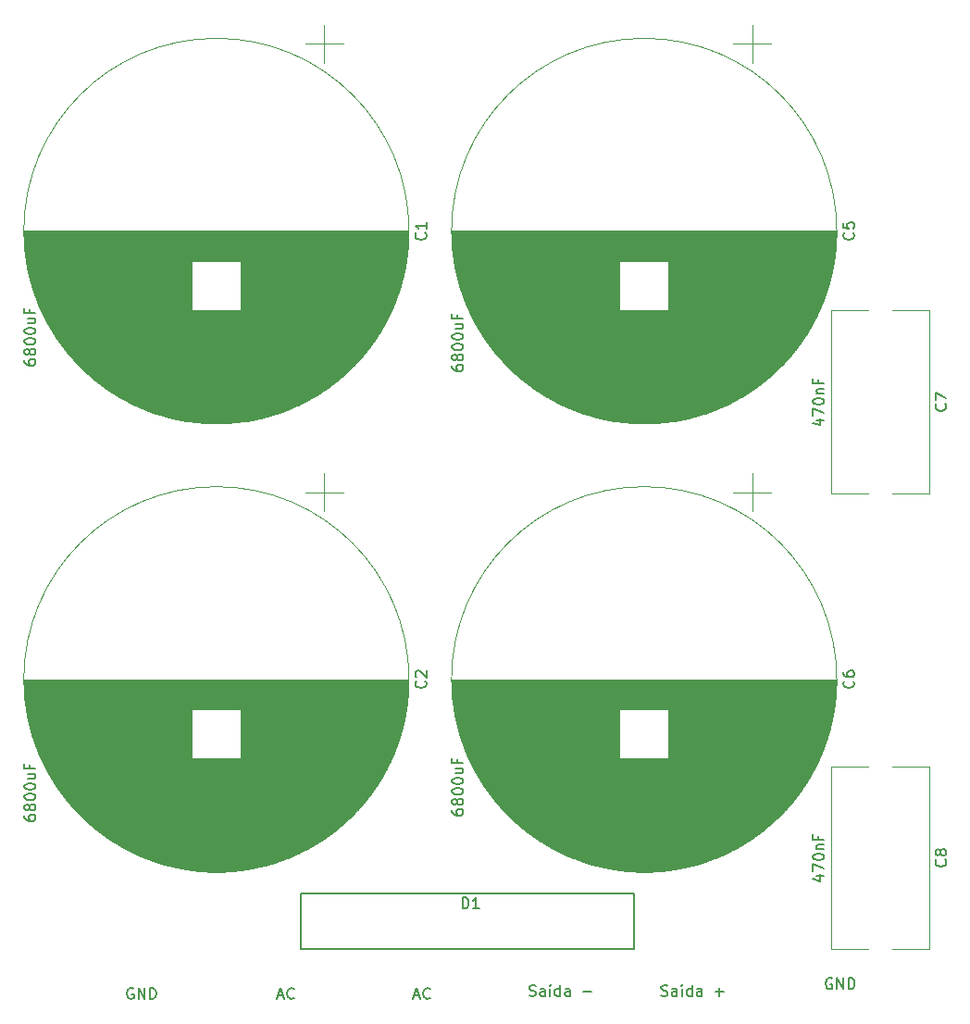
<source format=gto>
G04 #@! TF.GenerationSoftware,KiCad,Pcbnew,(5.1.6)-1*
G04 #@! TF.CreationDate,2020-08-29T10:58:44-03:00*
G04 #@! TF.ProjectId,fontes2,666f6e74-6573-4322-9e6b-696361645f70,rev?*
G04 #@! TF.SameCoordinates,Original*
G04 #@! TF.FileFunction,Legend,Top*
G04 #@! TF.FilePolarity,Positive*
%FSLAX46Y46*%
G04 Gerber Fmt 4.6, Leading zero omitted, Abs format (unit mm)*
G04 Created by KiCad (PCBNEW (5.1.6)-1) date 2020-08-29 10:58:44*
%MOMM*%
%LPD*%
G01*
G04 APERTURE LIST*
%ADD10C,0.120000*%
%ADD11C,0.152400*%
%ADD12C,0.150000*%
G04 APERTURE END LIST*
D10*
X177190000Y-82950000D02*
X177190000Y-99690000D01*
X168250000Y-82950000D02*
X168250000Y-99690000D01*
X177190000Y-82950000D02*
X173824000Y-82950000D01*
X171616000Y-82950000D02*
X168250000Y-82950000D01*
X177190000Y-99690000D02*
X173824000Y-99690000D01*
X171616000Y-99690000D02*
X168250000Y-99690000D01*
X177190000Y-41280000D02*
X177190000Y-58020000D01*
X168250000Y-41280000D02*
X168250000Y-58020000D01*
X177190000Y-41280000D02*
X173824000Y-41280000D01*
X171616000Y-41280000D02*
X168250000Y-41280000D01*
X177190000Y-58020000D02*
X173824000Y-58020000D01*
X171616000Y-58020000D02*
X168250000Y-58020000D01*
D11*
X150241000Y-94551500D02*
X119761000Y-94551500D01*
X119761000Y-94551500D02*
X119761000Y-99631500D01*
X119761000Y-99631500D02*
X150241000Y-99631500D01*
X150241000Y-99631500D02*
X150241000Y-94551500D01*
D10*
X168750000Y-75000000D02*
G75*
G03*
X168750000Y-75000000I-17620000J0D01*
G01*
X168710000Y-75000000D02*
X133550000Y-75000000D01*
X168710000Y-75040000D02*
X133550000Y-75040000D01*
X168710000Y-75080000D02*
X133550000Y-75080000D01*
X168710000Y-75120000D02*
X133550000Y-75120000D01*
X168710000Y-75160000D02*
X133550000Y-75160000D01*
X168709000Y-75200000D02*
X133551000Y-75200000D01*
X168709000Y-75240000D02*
X133551000Y-75240000D01*
X168708000Y-75280000D02*
X133552000Y-75280000D01*
X168708000Y-75320000D02*
X133552000Y-75320000D01*
X168707000Y-75360000D02*
X133553000Y-75360000D01*
X168706000Y-75400000D02*
X133554000Y-75400000D01*
X168705000Y-75440000D02*
X133555000Y-75440000D01*
X168704000Y-75480000D02*
X133556000Y-75480000D01*
X168703000Y-75520000D02*
X133557000Y-75520000D01*
X168702000Y-75560000D02*
X133558000Y-75560000D01*
X168700000Y-75600000D02*
X133560000Y-75600000D01*
X168699000Y-75640000D02*
X133561000Y-75640000D01*
X168697000Y-75680000D02*
X133563000Y-75680000D01*
X168696000Y-75721000D02*
X133564000Y-75721000D01*
X168694000Y-75761000D02*
X133566000Y-75761000D01*
X168692000Y-75801000D02*
X133568000Y-75801000D01*
X168690000Y-75841000D02*
X133570000Y-75841000D01*
X168689000Y-75881000D02*
X133571000Y-75881000D01*
X168686000Y-75921000D02*
X133574000Y-75921000D01*
X168684000Y-75961000D02*
X133576000Y-75961000D01*
X168682000Y-76001000D02*
X133578000Y-76001000D01*
X168680000Y-76041000D02*
X133580000Y-76041000D01*
X168677000Y-76081000D02*
X133583000Y-76081000D01*
X168675000Y-76121000D02*
X133585000Y-76121000D01*
X168672000Y-76161000D02*
X133588000Y-76161000D01*
X168670000Y-76201000D02*
X133590000Y-76201000D01*
X168667000Y-76241000D02*
X133593000Y-76241000D01*
X168664000Y-76281000D02*
X133596000Y-76281000D01*
X168661000Y-76321000D02*
X133599000Y-76321000D01*
X168658000Y-76361000D02*
X133602000Y-76361000D01*
X168655000Y-76401000D02*
X133605000Y-76401000D01*
X168652000Y-76441000D02*
X133608000Y-76441000D01*
X168648000Y-76481000D02*
X133612000Y-76481000D01*
X168645000Y-76521000D02*
X133615000Y-76521000D01*
X168641000Y-76561000D02*
X133619000Y-76561000D01*
X168638000Y-76601000D02*
X133622000Y-76601000D01*
X168634000Y-76641000D02*
X133626000Y-76641000D01*
X168630000Y-76681000D02*
X133630000Y-76681000D01*
X168626000Y-76721000D02*
X133634000Y-76721000D01*
X168622000Y-76761000D02*
X133638000Y-76761000D01*
X168618000Y-76801000D02*
X133642000Y-76801000D01*
X168614000Y-76841000D02*
X133646000Y-76841000D01*
X168610000Y-76881000D02*
X133650000Y-76881000D01*
X168606000Y-76921000D02*
X133654000Y-76921000D01*
X168601000Y-76961000D02*
X133659000Y-76961000D01*
X168597000Y-77001000D02*
X133663000Y-77001000D01*
X168592000Y-77041000D02*
X133668000Y-77041000D01*
X168587000Y-77081000D02*
X133673000Y-77081000D01*
X168582000Y-77121000D02*
X133678000Y-77121000D01*
X168578000Y-77161000D02*
X133682000Y-77161000D01*
X168573000Y-77201000D02*
X133687000Y-77201000D01*
X168568000Y-77241000D02*
X133692000Y-77241000D01*
X168562000Y-77281000D02*
X133698000Y-77281000D01*
X168557000Y-77321000D02*
X133703000Y-77321000D01*
X168552000Y-77361000D02*
X133708000Y-77361000D01*
X168546000Y-77401000D02*
X133714000Y-77401000D01*
X168541000Y-77441000D02*
X133719000Y-77441000D01*
X168535000Y-77481000D02*
X133725000Y-77481000D01*
X168529000Y-77521000D02*
X133731000Y-77521000D01*
X168524000Y-77561000D02*
X133736000Y-77561000D01*
X168518000Y-77601000D02*
X133742000Y-77601000D01*
X168512000Y-77641000D02*
X133748000Y-77641000D01*
X168505000Y-77681000D02*
X133755000Y-77681000D01*
X168499000Y-77721000D02*
X133761000Y-77721000D01*
X168493000Y-77761000D02*
X153370000Y-77761000D01*
X148890000Y-77761000D02*
X133767000Y-77761000D01*
X168487000Y-77801000D02*
X153370000Y-77801000D01*
X148890000Y-77801000D02*
X133773000Y-77801000D01*
X168480000Y-77841000D02*
X153370000Y-77841000D01*
X148890000Y-77841000D02*
X133780000Y-77841000D01*
X168474000Y-77881000D02*
X153370000Y-77881000D01*
X148890000Y-77881000D02*
X133786000Y-77881000D01*
X168467000Y-77921000D02*
X153370000Y-77921000D01*
X148890000Y-77921000D02*
X133793000Y-77921000D01*
X168460000Y-77961000D02*
X153370000Y-77961000D01*
X148890000Y-77961000D02*
X133800000Y-77961000D01*
X168453000Y-78001000D02*
X153370000Y-78001000D01*
X148890000Y-78001000D02*
X133807000Y-78001000D01*
X168446000Y-78041000D02*
X153370000Y-78041000D01*
X148890000Y-78041000D02*
X133814000Y-78041000D01*
X168439000Y-78081000D02*
X153370000Y-78081000D01*
X148890000Y-78081000D02*
X133821000Y-78081000D01*
X168432000Y-78121000D02*
X153370000Y-78121000D01*
X148890000Y-78121000D02*
X133828000Y-78121000D01*
X168425000Y-78161000D02*
X153370000Y-78161000D01*
X148890000Y-78161000D02*
X133835000Y-78161000D01*
X168417000Y-78201000D02*
X153370000Y-78201000D01*
X148890000Y-78201000D02*
X133843000Y-78201000D01*
X168410000Y-78241000D02*
X153370000Y-78241000D01*
X148890000Y-78241000D02*
X133850000Y-78241000D01*
X168403000Y-78281000D02*
X153370000Y-78281000D01*
X148890000Y-78281000D02*
X133857000Y-78281000D01*
X168395000Y-78321000D02*
X153370000Y-78321000D01*
X148890000Y-78321000D02*
X133865000Y-78321000D01*
X168387000Y-78361000D02*
X153370000Y-78361000D01*
X148890000Y-78361000D02*
X133873000Y-78361000D01*
X168379000Y-78401000D02*
X153370000Y-78401000D01*
X148890000Y-78401000D02*
X133881000Y-78401000D01*
X168371000Y-78441000D02*
X153370000Y-78441000D01*
X148890000Y-78441000D02*
X133889000Y-78441000D01*
X168363000Y-78481000D02*
X153370000Y-78481000D01*
X148890000Y-78481000D02*
X133897000Y-78481000D01*
X168355000Y-78521000D02*
X153370000Y-78521000D01*
X148890000Y-78521000D02*
X133905000Y-78521000D01*
X168347000Y-78561000D02*
X153370000Y-78561000D01*
X148890000Y-78561000D02*
X133913000Y-78561000D01*
X168339000Y-78601000D02*
X153370000Y-78601000D01*
X148890000Y-78601000D02*
X133921000Y-78601000D01*
X168330000Y-78641000D02*
X153370000Y-78641000D01*
X148890000Y-78641000D02*
X133930000Y-78641000D01*
X168322000Y-78681000D02*
X153370000Y-78681000D01*
X148890000Y-78681000D02*
X133938000Y-78681000D01*
X168313000Y-78721000D02*
X153370000Y-78721000D01*
X148890000Y-78721000D02*
X133947000Y-78721000D01*
X168305000Y-78761000D02*
X153370000Y-78761000D01*
X148890000Y-78761000D02*
X133955000Y-78761000D01*
X168296000Y-78801000D02*
X153370000Y-78801000D01*
X148890000Y-78801000D02*
X133964000Y-78801000D01*
X168287000Y-78841000D02*
X153370000Y-78841000D01*
X148890000Y-78841000D02*
X133973000Y-78841000D01*
X168278000Y-78881000D02*
X153370000Y-78881000D01*
X148890000Y-78881000D02*
X133982000Y-78881000D01*
X168269000Y-78921000D02*
X153370000Y-78921000D01*
X148890000Y-78921000D02*
X133991000Y-78921000D01*
X168260000Y-78961000D02*
X153370000Y-78961000D01*
X148890000Y-78961000D02*
X134000000Y-78961000D01*
X168250000Y-79001000D02*
X153370000Y-79001000D01*
X148890000Y-79001000D02*
X134010000Y-79001000D01*
X168241000Y-79041000D02*
X153370000Y-79041000D01*
X148890000Y-79041000D02*
X134019000Y-79041000D01*
X168232000Y-79081000D02*
X153370000Y-79081000D01*
X148890000Y-79081000D02*
X134028000Y-79081000D01*
X168222000Y-79121000D02*
X153370000Y-79121000D01*
X148890000Y-79121000D02*
X134038000Y-79121000D01*
X168212000Y-79161000D02*
X153370000Y-79161000D01*
X148890000Y-79161000D02*
X134048000Y-79161000D01*
X168203000Y-79201000D02*
X153370000Y-79201000D01*
X148890000Y-79201000D02*
X134057000Y-79201000D01*
X168193000Y-79241000D02*
X153370000Y-79241000D01*
X148890000Y-79241000D02*
X134067000Y-79241000D01*
X168183000Y-79281000D02*
X153370000Y-79281000D01*
X148890000Y-79281000D02*
X134077000Y-79281000D01*
X168173000Y-79321000D02*
X153370000Y-79321000D01*
X148890000Y-79321000D02*
X134087000Y-79321000D01*
X168163000Y-79361000D02*
X153370000Y-79361000D01*
X148890000Y-79361000D02*
X134097000Y-79361000D01*
X168152000Y-79401000D02*
X153370000Y-79401000D01*
X148890000Y-79401000D02*
X134108000Y-79401000D01*
X168142000Y-79441000D02*
X153370000Y-79441000D01*
X148890000Y-79441000D02*
X134118000Y-79441000D01*
X168131000Y-79481000D02*
X153370000Y-79481000D01*
X148890000Y-79481000D02*
X134129000Y-79481000D01*
X168121000Y-79521000D02*
X153370000Y-79521000D01*
X148890000Y-79521000D02*
X134139000Y-79521000D01*
X168110000Y-79561000D02*
X153370000Y-79561000D01*
X148890000Y-79561000D02*
X134150000Y-79561000D01*
X168099000Y-79601000D02*
X153370000Y-79601000D01*
X148890000Y-79601000D02*
X134161000Y-79601000D01*
X168089000Y-79641000D02*
X153370000Y-79641000D01*
X148890000Y-79641000D02*
X134171000Y-79641000D01*
X168078000Y-79681000D02*
X153370000Y-79681000D01*
X148890000Y-79681000D02*
X134182000Y-79681000D01*
X168067000Y-79721000D02*
X153370000Y-79721000D01*
X148890000Y-79721000D02*
X134193000Y-79721000D01*
X168055000Y-79761000D02*
X153370000Y-79761000D01*
X148890000Y-79761000D02*
X134205000Y-79761000D01*
X168044000Y-79801000D02*
X153370000Y-79801000D01*
X148890000Y-79801000D02*
X134216000Y-79801000D01*
X168033000Y-79841000D02*
X153370000Y-79841000D01*
X148890000Y-79841000D02*
X134227000Y-79841000D01*
X168021000Y-79881000D02*
X153370000Y-79881000D01*
X148890000Y-79881000D02*
X134239000Y-79881000D01*
X168010000Y-79921000D02*
X153370000Y-79921000D01*
X148890000Y-79921000D02*
X134250000Y-79921000D01*
X167998000Y-79961000D02*
X153370000Y-79961000D01*
X148890000Y-79961000D02*
X134262000Y-79961000D01*
X167986000Y-80001000D02*
X153370000Y-80001000D01*
X148890000Y-80001000D02*
X134274000Y-80001000D01*
X167974000Y-80041000D02*
X153370000Y-80041000D01*
X148890000Y-80041000D02*
X134286000Y-80041000D01*
X167962000Y-80081000D02*
X153370000Y-80081000D01*
X148890000Y-80081000D02*
X134298000Y-80081000D01*
X167950000Y-80121000D02*
X153370000Y-80121000D01*
X148890000Y-80121000D02*
X134310000Y-80121000D01*
X167938000Y-80161000D02*
X153370000Y-80161000D01*
X148890000Y-80161000D02*
X134322000Y-80161000D01*
X167926000Y-80201000D02*
X153370000Y-80201000D01*
X148890000Y-80201000D02*
X134334000Y-80201000D01*
X167913000Y-80241000D02*
X153370000Y-80241000D01*
X148890000Y-80241000D02*
X134347000Y-80241000D01*
X167901000Y-80281000D02*
X153370000Y-80281000D01*
X148890000Y-80281000D02*
X134359000Y-80281000D01*
X167888000Y-80321000D02*
X153370000Y-80321000D01*
X148890000Y-80321000D02*
X134372000Y-80321000D01*
X167875000Y-80361000D02*
X153370000Y-80361000D01*
X148890000Y-80361000D02*
X134385000Y-80361000D01*
X167863000Y-80401000D02*
X153370000Y-80401000D01*
X148890000Y-80401000D02*
X134397000Y-80401000D01*
X167850000Y-80441000D02*
X153370000Y-80441000D01*
X148890000Y-80441000D02*
X134410000Y-80441000D01*
X167837000Y-80481000D02*
X153370000Y-80481000D01*
X148890000Y-80481000D02*
X134423000Y-80481000D01*
X167824000Y-80521000D02*
X153370000Y-80521000D01*
X148890000Y-80521000D02*
X134436000Y-80521000D01*
X167810000Y-80561000D02*
X153370000Y-80561000D01*
X148890000Y-80561000D02*
X134450000Y-80561000D01*
X167797000Y-80601000D02*
X153370000Y-80601000D01*
X148890000Y-80601000D02*
X134463000Y-80601000D01*
X167783000Y-80641000D02*
X153370000Y-80641000D01*
X148890000Y-80641000D02*
X134477000Y-80641000D01*
X167770000Y-80681000D02*
X153370000Y-80681000D01*
X148890000Y-80681000D02*
X134490000Y-80681000D01*
X167756000Y-80721000D02*
X153370000Y-80721000D01*
X148890000Y-80721000D02*
X134504000Y-80721000D01*
X167742000Y-80761000D02*
X153370000Y-80761000D01*
X148890000Y-80761000D02*
X134518000Y-80761000D01*
X167729000Y-80801000D02*
X153370000Y-80801000D01*
X148890000Y-80801000D02*
X134531000Y-80801000D01*
X167715000Y-80841000D02*
X153370000Y-80841000D01*
X148890000Y-80841000D02*
X134545000Y-80841000D01*
X167700000Y-80881000D02*
X153370000Y-80881000D01*
X148890000Y-80881000D02*
X134560000Y-80881000D01*
X167686000Y-80921000D02*
X153370000Y-80921000D01*
X148890000Y-80921000D02*
X134574000Y-80921000D01*
X167672000Y-80961000D02*
X153370000Y-80961000D01*
X148890000Y-80961000D02*
X134588000Y-80961000D01*
X167657000Y-81001000D02*
X153370000Y-81001000D01*
X148890000Y-81001000D02*
X134603000Y-81001000D01*
X167643000Y-81041000D02*
X153370000Y-81041000D01*
X148890000Y-81041000D02*
X134617000Y-81041000D01*
X167628000Y-81081000D02*
X153370000Y-81081000D01*
X148890000Y-81081000D02*
X134632000Y-81081000D01*
X167614000Y-81121000D02*
X153370000Y-81121000D01*
X148890000Y-81121000D02*
X134646000Y-81121000D01*
X167599000Y-81161000D02*
X153370000Y-81161000D01*
X148890000Y-81161000D02*
X134661000Y-81161000D01*
X167584000Y-81201000D02*
X153370000Y-81201000D01*
X148890000Y-81201000D02*
X134676000Y-81201000D01*
X167569000Y-81241000D02*
X153370000Y-81241000D01*
X148890000Y-81241000D02*
X134691000Y-81241000D01*
X167553000Y-81281000D02*
X153370000Y-81281000D01*
X148890000Y-81281000D02*
X134707000Y-81281000D01*
X167538000Y-81321000D02*
X153370000Y-81321000D01*
X148890000Y-81321000D02*
X134722000Y-81321000D01*
X167523000Y-81361000D02*
X153370000Y-81361000D01*
X148890000Y-81361000D02*
X134737000Y-81361000D01*
X167507000Y-81401000D02*
X153370000Y-81401000D01*
X148890000Y-81401000D02*
X134753000Y-81401000D01*
X167491000Y-81441000D02*
X153370000Y-81441000D01*
X148890000Y-81441000D02*
X134769000Y-81441000D01*
X167476000Y-81481000D02*
X153370000Y-81481000D01*
X148890000Y-81481000D02*
X134784000Y-81481000D01*
X167460000Y-81521000D02*
X153370000Y-81521000D01*
X148890000Y-81521000D02*
X134800000Y-81521000D01*
X167444000Y-81561000D02*
X153370000Y-81561000D01*
X148890000Y-81561000D02*
X134816000Y-81561000D01*
X167428000Y-81601000D02*
X153370000Y-81601000D01*
X148890000Y-81601000D02*
X134832000Y-81601000D01*
X167411000Y-81641000D02*
X153370000Y-81641000D01*
X148890000Y-81641000D02*
X134849000Y-81641000D01*
X167395000Y-81681000D02*
X153370000Y-81681000D01*
X148890000Y-81681000D02*
X134865000Y-81681000D01*
X167379000Y-81721000D02*
X153370000Y-81721000D01*
X148890000Y-81721000D02*
X134881000Y-81721000D01*
X167362000Y-81761000D02*
X153370000Y-81761000D01*
X148890000Y-81761000D02*
X134898000Y-81761000D01*
X167345000Y-81801000D02*
X153370000Y-81801000D01*
X148890000Y-81801000D02*
X134915000Y-81801000D01*
X167329000Y-81841000D02*
X153370000Y-81841000D01*
X148890000Y-81841000D02*
X134931000Y-81841000D01*
X167312000Y-81881000D02*
X153370000Y-81881000D01*
X148890000Y-81881000D02*
X134948000Y-81881000D01*
X167295000Y-81921000D02*
X153370000Y-81921000D01*
X148890000Y-81921000D02*
X134965000Y-81921000D01*
X167278000Y-81961000D02*
X153370000Y-81961000D01*
X148890000Y-81961000D02*
X134982000Y-81961000D01*
X167260000Y-82001000D02*
X153370000Y-82001000D01*
X148890000Y-82001000D02*
X135000000Y-82001000D01*
X167243000Y-82041000D02*
X153370000Y-82041000D01*
X148890000Y-82041000D02*
X135017000Y-82041000D01*
X167225000Y-82081000D02*
X153370000Y-82081000D01*
X148890000Y-82081000D02*
X135035000Y-82081000D01*
X167208000Y-82121000D02*
X153370000Y-82121000D01*
X148890000Y-82121000D02*
X135052000Y-82121000D01*
X167190000Y-82161000D02*
X153370000Y-82161000D01*
X148890000Y-82161000D02*
X135070000Y-82161000D01*
X167172000Y-82201000D02*
X153370000Y-82201000D01*
X148890000Y-82201000D02*
X135088000Y-82201000D01*
X167154000Y-82241000D02*
X135106000Y-82241000D01*
X167136000Y-82281000D02*
X135124000Y-82281000D01*
X167118000Y-82321000D02*
X135142000Y-82321000D01*
X167100000Y-82361000D02*
X135160000Y-82361000D01*
X167081000Y-82401000D02*
X135179000Y-82401000D01*
X167063000Y-82441000D02*
X135197000Y-82441000D01*
X167044000Y-82481000D02*
X135216000Y-82481000D01*
X167025000Y-82521000D02*
X135235000Y-82521000D01*
X167006000Y-82561000D02*
X135254000Y-82561000D01*
X166987000Y-82601000D02*
X135273000Y-82601000D01*
X166968000Y-82641000D02*
X135292000Y-82641000D01*
X166949000Y-82681000D02*
X135311000Y-82681000D01*
X166929000Y-82721000D02*
X135331000Y-82721000D01*
X166910000Y-82761000D02*
X135350000Y-82761000D01*
X166890000Y-82801000D02*
X135370000Y-82801000D01*
X166870000Y-82841000D02*
X135390000Y-82841000D01*
X166850000Y-82881000D02*
X135410000Y-82881000D01*
X166830000Y-82921000D02*
X135430000Y-82921000D01*
X166810000Y-82961000D02*
X135450000Y-82961000D01*
X166790000Y-83001000D02*
X135470000Y-83001000D01*
X166769000Y-83041000D02*
X135491000Y-83041000D01*
X166749000Y-83081000D02*
X135511000Y-83081000D01*
X166728000Y-83121000D02*
X135532000Y-83121000D01*
X166707000Y-83161000D02*
X135553000Y-83161000D01*
X166686000Y-83200000D02*
X135574000Y-83200000D01*
X166665000Y-83240000D02*
X135595000Y-83240000D01*
X166644000Y-83280000D02*
X135616000Y-83280000D01*
X166622000Y-83320000D02*
X135638000Y-83320000D01*
X166601000Y-83360000D02*
X135659000Y-83360000D01*
X166579000Y-83400000D02*
X135681000Y-83400000D01*
X166558000Y-83440000D02*
X135702000Y-83440000D01*
X166536000Y-83480000D02*
X135724000Y-83480000D01*
X166514000Y-83520000D02*
X135746000Y-83520000D01*
X166491000Y-83560000D02*
X135769000Y-83560000D01*
X166469000Y-83600000D02*
X135791000Y-83600000D01*
X166447000Y-83640000D02*
X135813000Y-83640000D01*
X166424000Y-83680000D02*
X135836000Y-83680000D01*
X166401000Y-83720000D02*
X135859000Y-83720000D01*
X166379000Y-83760000D02*
X135881000Y-83760000D01*
X166356000Y-83800000D02*
X135904000Y-83800000D01*
X166333000Y-83840000D02*
X135927000Y-83840000D01*
X166309000Y-83880000D02*
X135951000Y-83880000D01*
X166286000Y-83920000D02*
X135974000Y-83920000D01*
X166262000Y-83960000D02*
X135998000Y-83960000D01*
X166239000Y-84000000D02*
X136021000Y-84000000D01*
X166215000Y-84040000D02*
X136045000Y-84040000D01*
X166191000Y-84080000D02*
X136069000Y-84080000D01*
X166167000Y-84120000D02*
X136093000Y-84120000D01*
X166142000Y-84160000D02*
X136118000Y-84160000D01*
X166118000Y-84200000D02*
X136142000Y-84200000D01*
X166093000Y-84240000D02*
X136167000Y-84240000D01*
X166069000Y-84280000D02*
X136191000Y-84280000D01*
X166044000Y-84320000D02*
X136216000Y-84320000D01*
X166019000Y-84360000D02*
X136241000Y-84360000D01*
X165994000Y-84400000D02*
X136266000Y-84400000D01*
X165968000Y-84440000D02*
X136292000Y-84440000D01*
X165943000Y-84480000D02*
X136317000Y-84480000D01*
X165917000Y-84520000D02*
X136343000Y-84520000D01*
X165892000Y-84560000D02*
X136368000Y-84560000D01*
X165866000Y-84600000D02*
X136394000Y-84600000D01*
X165840000Y-84640000D02*
X136420000Y-84640000D01*
X165813000Y-84680000D02*
X136447000Y-84680000D01*
X165787000Y-84720000D02*
X136473000Y-84720000D01*
X165760000Y-84760000D02*
X136500000Y-84760000D01*
X165734000Y-84800000D02*
X136526000Y-84800000D01*
X165707000Y-84840000D02*
X136553000Y-84840000D01*
X165680000Y-84880000D02*
X136580000Y-84880000D01*
X165653000Y-84920000D02*
X136607000Y-84920000D01*
X165625000Y-84960000D02*
X136635000Y-84960000D01*
X165598000Y-85000000D02*
X136662000Y-85000000D01*
X165570000Y-85040000D02*
X136690000Y-85040000D01*
X165542000Y-85080000D02*
X136718000Y-85080000D01*
X165514000Y-85120000D02*
X136746000Y-85120000D01*
X165486000Y-85160000D02*
X136774000Y-85160000D01*
X165458000Y-85200000D02*
X136802000Y-85200000D01*
X165429000Y-85240000D02*
X136831000Y-85240000D01*
X165401000Y-85280000D02*
X136859000Y-85280000D01*
X165372000Y-85320000D02*
X136888000Y-85320000D01*
X165343000Y-85360000D02*
X136917000Y-85360000D01*
X165314000Y-85400000D02*
X136946000Y-85400000D01*
X165285000Y-85440000D02*
X136975000Y-85440000D01*
X165255000Y-85480000D02*
X137005000Y-85480000D01*
X165225000Y-85520000D02*
X137035000Y-85520000D01*
X165195000Y-85560000D02*
X137065000Y-85560000D01*
X165165000Y-85600000D02*
X137095000Y-85600000D01*
X165135000Y-85640000D02*
X137125000Y-85640000D01*
X165105000Y-85680000D02*
X137155000Y-85680000D01*
X165074000Y-85720000D02*
X137186000Y-85720000D01*
X165044000Y-85760000D02*
X137216000Y-85760000D01*
X165013000Y-85800000D02*
X137247000Y-85800000D01*
X164981000Y-85840000D02*
X137279000Y-85840000D01*
X164950000Y-85880000D02*
X137310000Y-85880000D01*
X164919000Y-85920000D02*
X137341000Y-85920000D01*
X164887000Y-85960000D02*
X137373000Y-85960000D01*
X164855000Y-86000000D02*
X137405000Y-86000000D01*
X164823000Y-86040000D02*
X137437000Y-86040000D01*
X164791000Y-86080000D02*
X137469000Y-86080000D01*
X164758000Y-86120000D02*
X137502000Y-86120000D01*
X164726000Y-86160000D02*
X137534000Y-86160000D01*
X164693000Y-86200000D02*
X137567000Y-86200000D01*
X164660000Y-86240000D02*
X137600000Y-86240000D01*
X164627000Y-86280000D02*
X137633000Y-86280000D01*
X164593000Y-86320000D02*
X137667000Y-86320000D01*
X164560000Y-86360000D02*
X137700000Y-86360000D01*
X164526000Y-86400000D02*
X137734000Y-86400000D01*
X164492000Y-86440000D02*
X137768000Y-86440000D01*
X164457000Y-86480000D02*
X137803000Y-86480000D01*
X164423000Y-86520000D02*
X137837000Y-86520000D01*
X164388000Y-86560000D02*
X137872000Y-86560000D01*
X164353000Y-86600000D02*
X137907000Y-86600000D01*
X164318000Y-86640000D02*
X137942000Y-86640000D01*
X164283000Y-86680000D02*
X137977000Y-86680000D01*
X164247000Y-86720000D02*
X138013000Y-86720000D01*
X164212000Y-86760000D02*
X138048000Y-86760000D01*
X164176000Y-86800000D02*
X138084000Y-86800000D01*
X164140000Y-86840000D02*
X138120000Y-86840000D01*
X164103000Y-86880000D02*
X138157000Y-86880000D01*
X164067000Y-86920000D02*
X138193000Y-86920000D01*
X164030000Y-86960000D02*
X138230000Y-86960000D01*
X163993000Y-87000000D02*
X138267000Y-87000000D01*
X163955000Y-87040000D02*
X138305000Y-87040000D01*
X163918000Y-87080000D02*
X138342000Y-87080000D01*
X163880000Y-87120000D02*
X138380000Y-87120000D01*
X163842000Y-87160000D02*
X138418000Y-87160000D01*
X163804000Y-87200000D02*
X138456000Y-87200000D01*
X163765000Y-87240000D02*
X138495000Y-87240000D01*
X163726000Y-87280000D02*
X138534000Y-87280000D01*
X163687000Y-87320000D02*
X138573000Y-87320000D01*
X163648000Y-87360000D02*
X138612000Y-87360000D01*
X163609000Y-87400000D02*
X138651000Y-87400000D01*
X163569000Y-87440000D02*
X138691000Y-87440000D01*
X163529000Y-87480000D02*
X138731000Y-87480000D01*
X163489000Y-87520000D02*
X138771000Y-87520000D01*
X163448000Y-87560000D02*
X138812000Y-87560000D01*
X163407000Y-87600000D02*
X138853000Y-87600000D01*
X163366000Y-87640000D02*
X138894000Y-87640000D01*
X163325000Y-87680000D02*
X138935000Y-87680000D01*
X163283000Y-87720000D02*
X138977000Y-87720000D01*
X163241000Y-87760000D02*
X139019000Y-87760000D01*
X163199000Y-87800000D02*
X139061000Y-87800000D01*
X163157000Y-87840000D02*
X139103000Y-87840000D01*
X163114000Y-87880000D02*
X139146000Y-87880000D01*
X163071000Y-87920000D02*
X139189000Y-87920000D01*
X163028000Y-87960000D02*
X139232000Y-87960000D01*
X162984000Y-88000000D02*
X139276000Y-88000000D01*
X162941000Y-88040000D02*
X139319000Y-88040000D01*
X162896000Y-88080000D02*
X139364000Y-88080000D01*
X162852000Y-88120000D02*
X139408000Y-88120000D01*
X162807000Y-88160000D02*
X139453000Y-88160000D01*
X162762000Y-88200000D02*
X139498000Y-88200000D01*
X162717000Y-88240000D02*
X139543000Y-88240000D01*
X162671000Y-88280000D02*
X139589000Y-88280000D01*
X162625000Y-88320000D02*
X139635000Y-88320000D01*
X162579000Y-88360000D02*
X139681000Y-88360000D01*
X162532000Y-88400000D02*
X139728000Y-88400000D01*
X162485000Y-88440000D02*
X139775000Y-88440000D01*
X162437000Y-88480000D02*
X139823000Y-88480000D01*
X162390000Y-88520000D02*
X139870000Y-88520000D01*
X162342000Y-88560000D02*
X139918000Y-88560000D01*
X162293000Y-88600000D02*
X139967000Y-88600000D01*
X162245000Y-88640000D02*
X140015000Y-88640000D01*
X162196000Y-88680000D02*
X140064000Y-88680000D01*
X162146000Y-88720000D02*
X140114000Y-88720000D01*
X162096000Y-88760000D02*
X140164000Y-88760000D01*
X162046000Y-88800000D02*
X140214000Y-88800000D01*
X161995000Y-88840000D02*
X140265000Y-88840000D01*
X161945000Y-88880000D02*
X140315000Y-88880000D01*
X161893000Y-88920000D02*
X140367000Y-88920000D01*
X161841000Y-88960000D02*
X140419000Y-88960000D01*
X161789000Y-89000000D02*
X140471000Y-89000000D01*
X161737000Y-89040000D02*
X140523000Y-89040000D01*
X161684000Y-89080000D02*
X140576000Y-89080000D01*
X161630000Y-89120000D02*
X140630000Y-89120000D01*
X161577000Y-89160000D02*
X140683000Y-89160000D01*
X161522000Y-89200000D02*
X140738000Y-89200000D01*
X161468000Y-89240000D02*
X140792000Y-89240000D01*
X161413000Y-89280000D02*
X140847000Y-89280000D01*
X161357000Y-89320000D02*
X140903000Y-89320000D01*
X161301000Y-89360000D02*
X140959000Y-89360000D01*
X161245000Y-89400000D02*
X141015000Y-89400000D01*
X161188000Y-89440000D02*
X141072000Y-89440000D01*
X161130000Y-89480000D02*
X141130000Y-89480000D01*
X161072000Y-89520000D02*
X141188000Y-89520000D01*
X161014000Y-89560000D02*
X141246000Y-89560000D01*
X160955000Y-89600000D02*
X141305000Y-89600000D01*
X160895000Y-89640000D02*
X141365000Y-89640000D01*
X160835000Y-89680000D02*
X141425000Y-89680000D01*
X160775000Y-89720000D02*
X141485000Y-89720000D01*
X160714000Y-89760000D02*
X141546000Y-89760000D01*
X160652000Y-89800000D02*
X141608000Y-89800000D01*
X160590000Y-89840000D02*
X141670000Y-89840000D01*
X160527000Y-89880000D02*
X141733000Y-89880000D01*
X160464000Y-89920000D02*
X141796000Y-89920000D01*
X160400000Y-89960000D02*
X141860000Y-89960000D01*
X160335000Y-90000000D02*
X141925000Y-90000000D01*
X160270000Y-90040000D02*
X141990000Y-90040000D01*
X160204000Y-90080000D02*
X142056000Y-90080000D01*
X160138000Y-90120000D02*
X142122000Y-90120000D01*
X160070000Y-90160000D02*
X142190000Y-90160000D01*
X160003000Y-90200000D02*
X142257000Y-90200000D01*
X159934000Y-90240000D02*
X142326000Y-90240000D01*
X159865000Y-90280000D02*
X142395000Y-90280000D01*
X159795000Y-90320000D02*
X142465000Y-90320000D01*
X159724000Y-90360000D02*
X142536000Y-90360000D01*
X159652000Y-90400000D02*
X142608000Y-90400000D01*
X159580000Y-90440000D02*
X142680000Y-90440000D01*
X159507000Y-90480000D02*
X142753000Y-90480000D01*
X159433000Y-90520000D02*
X142827000Y-90520000D01*
X159358000Y-90560000D02*
X142902000Y-90560000D01*
X159282000Y-90600000D02*
X142978000Y-90600000D01*
X159206000Y-90640000D02*
X143054000Y-90640000D01*
X159128000Y-90680000D02*
X143132000Y-90680000D01*
X159050000Y-90720000D02*
X143210000Y-90720000D01*
X158970000Y-90760000D02*
X143290000Y-90760000D01*
X158889000Y-90800000D02*
X143371000Y-90800000D01*
X158808000Y-90840000D02*
X143452000Y-90840000D01*
X158725000Y-90880000D02*
X143535000Y-90880000D01*
X158642000Y-90920000D02*
X143618000Y-90920000D01*
X158557000Y-90960000D02*
X143703000Y-90960000D01*
X158471000Y-91000000D02*
X143789000Y-91000000D01*
X158383000Y-91040000D02*
X143877000Y-91040000D01*
X158295000Y-91080000D02*
X143965000Y-91080000D01*
X158205000Y-91120000D02*
X144055000Y-91120000D01*
X158113000Y-91160000D02*
X144147000Y-91160000D01*
X158020000Y-91200000D02*
X144240000Y-91200000D01*
X157926000Y-91240000D02*
X144334000Y-91240000D01*
X157830000Y-91280000D02*
X144430000Y-91280000D01*
X157733000Y-91320000D02*
X144527000Y-91320000D01*
X157634000Y-91360000D02*
X144626000Y-91360000D01*
X157533000Y-91400000D02*
X144727000Y-91400000D01*
X157430000Y-91440000D02*
X144830000Y-91440000D01*
X157325000Y-91480000D02*
X144935000Y-91480000D01*
X157219000Y-91520000D02*
X145041000Y-91520000D01*
X157110000Y-91560000D02*
X145150000Y-91560000D01*
X156998000Y-91600000D02*
X145262000Y-91600000D01*
X156885000Y-91640000D02*
X145375000Y-91640000D01*
X156769000Y-91680000D02*
X145491000Y-91680000D01*
X156650000Y-91720000D02*
X145610000Y-91720000D01*
X156528000Y-91760000D02*
X145732000Y-91760000D01*
X156403000Y-91800000D02*
X145857000Y-91800000D01*
X156275000Y-91840000D02*
X145985000Y-91840000D01*
X156143000Y-91880000D02*
X146117000Y-91880000D01*
X156008000Y-91920000D02*
X146252000Y-91920000D01*
X155868000Y-91960000D02*
X146392000Y-91960000D01*
X155723000Y-92000000D02*
X146537000Y-92000000D01*
X155574000Y-92040000D02*
X146686000Y-92040000D01*
X155419000Y-92080000D02*
X146841000Y-92080000D01*
X155258000Y-92120000D02*
X147002000Y-92120000D01*
X155090000Y-92160000D02*
X147170000Y-92160000D01*
X154915000Y-92200000D02*
X147345000Y-92200000D01*
X154730000Y-92240000D02*
X147530000Y-92240000D01*
X154535000Y-92280000D02*
X147725000Y-92280000D01*
X154328000Y-92320000D02*
X147932000Y-92320000D01*
X154106000Y-92360000D02*
X148154000Y-92360000D01*
X153866000Y-92400000D02*
X148394000Y-92400000D01*
X153603000Y-92440000D02*
X148657000Y-92440000D01*
X153307000Y-92480000D02*
X148953000Y-92480000D01*
X152965000Y-92520000D02*
X149295000Y-92520000D01*
X152543000Y-92560000D02*
X149717000Y-92560000D01*
X151930000Y-92600000D02*
X150330000Y-92600000D01*
X161005000Y-56145998D02*
X161005000Y-59645998D01*
X162755000Y-57895998D02*
X159255000Y-57895998D01*
X168750000Y-34000000D02*
G75*
G03*
X168750000Y-34000000I-17620000J0D01*
G01*
X168710000Y-34000000D02*
X133550000Y-34000000D01*
X168710000Y-34040000D02*
X133550000Y-34040000D01*
X168710000Y-34080000D02*
X133550000Y-34080000D01*
X168710000Y-34120000D02*
X133550000Y-34120000D01*
X168710000Y-34160000D02*
X133550000Y-34160000D01*
X168709000Y-34200000D02*
X133551000Y-34200000D01*
X168709000Y-34240000D02*
X133551000Y-34240000D01*
X168708000Y-34280000D02*
X133552000Y-34280000D01*
X168708000Y-34320000D02*
X133552000Y-34320000D01*
X168707000Y-34360000D02*
X133553000Y-34360000D01*
X168706000Y-34400000D02*
X133554000Y-34400000D01*
X168705000Y-34440000D02*
X133555000Y-34440000D01*
X168704000Y-34480000D02*
X133556000Y-34480000D01*
X168703000Y-34520000D02*
X133557000Y-34520000D01*
X168702000Y-34560000D02*
X133558000Y-34560000D01*
X168700000Y-34600000D02*
X133560000Y-34600000D01*
X168699000Y-34640000D02*
X133561000Y-34640000D01*
X168697000Y-34680000D02*
X133563000Y-34680000D01*
X168696000Y-34721000D02*
X133564000Y-34721000D01*
X168694000Y-34761000D02*
X133566000Y-34761000D01*
X168692000Y-34801000D02*
X133568000Y-34801000D01*
X168690000Y-34841000D02*
X133570000Y-34841000D01*
X168689000Y-34881000D02*
X133571000Y-34881000D01*
X168686000Y-34921000D02*
X133574000Y-34921000D01*
X168684000Y-34961000D02*
X133576000Y-34961000D01*
X168682000Y-35001000D02*
X133578000Y-35001000D01*
X168680000Y-35041000D02*
X133580000Y-35041000D01*
X168677000Y-35081000D02*
X133583000Y-35081000D01*
X168675000Y-35121000D02*
X133585000Y-35121000D01*
X168672000Y-35161000D02*
X133588000Y-35161000D01*
X168670000Y-35201000D02*
X133590000Y-35201000D01*
X168667000Y-35241000D02*
X133593000Y-35241000D01*
X168664000Y-35281000D02*
X133596000Y-35281000D01*
X168661000Y-35321000D02*
X133599000Y-35321000D01*
X168658000Y-35361000D02*
X133602000Y-35361000D01*
X168655000Y-35401000D02*
X133605000Y-35401000D01*
X168652000Y-35441000D02*
X133608000Y-35441000D01*
X168648000Y-35481000D02*
X133612000Y-35481000D01*
X168645000Y-35521000D02*
X133615000Y-35521000D01*
X168641000Y-35561000D02*
X133619000Y-35561000D01*
X168638000Y-35601000D02*
X133622000Y-35601000D01*
X168634000Y-35641000D02*
X133626000Y-35641000D01*
X168630000Y-35681000D02*
X133630000Y-35681000D01*
X168626000Y-35721000D02*
X133634000Y-35721000D01*
X168622000Y-35761000D02*
X133638000Y-35761000D01*
X168618000Y-35801000D02*
X133642000Y-35801000D01*
X168614000Y-35841000D02*
X133646000Y-35841000D01*
X168610000Y-35881000D02*
X133650000Y-35881000D01*
X168606000Y-35921000D02*
X133654000Y-35921000D01*
X168601000Y-35961000D02*
X133659000Y-35961000D01*
X168597000Y-36001000D02*
X133663000Y-36001000D01*
X168592000Y-36041000D02*
X133668000Y-36041000D01*
X168587000Y-36081000D02*
X133673000Y-36081000D01*
X168582000Y-36121000D02*
X133678000Y-36121000D01*
X168578000Y-36161000D02*
X133682000Y-36161000D01*
X168573000Y-36201000D02*
X133687000Y-36201000D01*
X168568000Y-36241000D02*
X133692000Y-36241000D01*
X168562000Y-36281000D02*
X133698000Y-36281000D01*
X168557000Y-36321000D02*
X133703000Y-36321000D01*
X168552000Y-36361000D02*
X133708000Y-36361000D01*
X168546000Y-36401000D02*
X133714000Y-36401000D01*
X168541000Y-36441000D02*
X133719000Y-36441000D01*
X168535000Y-36481000D02*
X133725000Y-36481000D01*
X168529000Y-36521000D02*
X133731000Y-36521000D01*
X168524000Y-36561000D02*
X133736000Y-36561000D01*
X168518000Y-36601000D02*
X133742000Y-36601000D01*
X168512000Y-36641000D02*
X133748000Y-36641000D01*
X168505000Y-36681000D02*
X133755000Y-36681000D01*
X168499000Y-36721000D02*
X133761000Y-36721000D01*
X168493000Y-36761000D02*
X153370000Y-36761000D01*
X148890000Y-36761000D02*
X133767000Y-36761000D01*
X168487000Y-36801000D02*
X153370000Y-36801000D01*
X148890000Y-36801000D02*
X133773000Y-36801000D01*
X168480000Y-36841000D02*
X153370000Y-36841000D01*
X148890000Y-36841000D02*
X133780000Y-36841000D01*
X168474000Y-36881000D02*
X153370000Y-36881000D01*
X148890000Y-36881000D02*
X133786000Y-36881000D01*
X168467000Y-36921000D02*
X153370000Y-36921000D01*
X148890000Y-36921000D02*
X133793000Y-36921000D01*
X168460000Y-36961000D02*
X153370000Y-36961000D01*
X148890000Y-36961000D02*
X133800000Y-36961000D01*
X168453000Y-37001000D02*
X153370000Y-37001000D01*
X148890000Y-37001000D02*
X133807000Y-37001000D01*
X168446000Y-37041000D02*
X153370000Y-37041000D01*
X148890000Y-37041000D02*
X133814000Y-37041000D01*
X168439000Y-37081000D02*
X153370000Y-37081000D01*
X148890000Y-37081000D02*
X133821000Y-37081000D01*
X168432000Y-37121000D02*
X153370000Y-37121000D01*
X148890000Y-37121000D02*
X133828000Y-37121000D01*
X168425000Y-37161000D02*
X153370000Y-37161000D01*
X148890000Y-37161000D02*
X133835000Y-37161000D01*
X168417000Y-37201000D02*
X153370000Y-37201000D01*
X148890000Y-37201000D02*
X133843000Y-37201000D01*
X168410000Y-37241000D02*
X153370000Y-37241000D01*
X148890000Y-37241000D02*
X133850000Y-37241000D01*
X168403000Y-37281000D02*
X153370000Y-37281000D01*
X148890000Y-37281000D02*
X133857000Y-37281000D01*
X168395000Y-37321000D02*
X153370000Y-37321000D01*
X148890000Y-37321000D02*
X133865000Y-37321000D01*
X168387000Y-37361000D02*
X153370000Y-37361000D01*
X148890000Y-37361000D02*
X133873000Y-37361000D01*
X168379000Y-37401000D02*
X153370000Y-37401000D01*
X148890000Y-37401000D02*
X133881000Y-37401000D01*
X168371000Y-37441000D02*
X153370000Y-37441000D01*
X148890000Y-37441000D02*
X133889000Y-37441000D01*
X168363000Y-37481000D02*
X153370000Y-37481000D01*
X148890000Y-37481000D02*
X133897000Y-37481000D01*
X168355000Y-37521000D02*
X153370000Y-37521000D01*
X148890000Y-37521000D02*
X133905000Y-37521000D01*
X168347000Y-37561000D02*
X153370000Y-37561000D01*
X148890000Y-37561000D02*
X133913000Y-37561000D01*
X168339000Y-37601000D02*
X153370000Y-37601000D01*
X148890000Y-37601000D02*
X133921000Y-37601000D01*
X168330000Y-37641000D02*
X153370000Y-37641000D01*
X148890000Y-37641000D02*
X133930000Y-37641000D01*
X168322000Y-37681000D02*
X153370000Y-37681000D01*
X148890000Y-37681000D02*
X133938000Y-37681000D01*
X168313000Y-37721000D02*
X153370000Y-37721000D01*
X148890000Y-37721000D02*
X133947000Y-37721000D01*
X168305000Y-37761000D02*
X153370000Y-37761000D01*
X148890000Y-37761000D02*
X133955000Y-37761000D01*
X168296000Y-37801000D02*
X153370000Y-37801000D01*
X148890000Y-37801000D02*
X133964000Y-37801000D01*
X168287000Y-37841000D02*
X153370000Y-37841000D01*
X148890000Y-37841000D02*
X133973000Y-37841000D01*
X168278000Y-37881000D02*
X153370000Y-37881000D01*
X148890000Y-37881000D02*
X133982000Y-37881000D01*
X168269000Y-37921000D02*
X153370000Y-37921000D01*
X148890000Y-37921000D02*
X133991000Y-37921000D01*
X168260000Y-37961000D02*
X153370000Y-37961000D01*
X148890000Y-37961000D02*
X134000000Y-37961000D01*
X168250000Y-38001000D02*
X153370000Y-38001000D01*
X148890000Y-38001000D02*
X134010000Y-38001000D01*
X168241000Y-38041000D02*
X153370000Y-38041000D01*
X148890000Y-38041000D02*
X134019000Y-38041000D01*
X168232000Y-38081000D02*
X153370000Y-38081000D01*
X148890000Y-38081000D02*
X134028000Y-38081000D01*
X168222000Y-38121000D02*
X153370000Y-38121000D01*
X148890000Y-38121000D02*
X134038000Y-38121000D01*
X168212000Y-38161000D02*
X153370000Y-38161000D01*
X148890000Y-38161000D02*
X134048000Y-38161000D01*
X168203000Y-38201000D02*
X153370000Y-38201000D01*
X148890000Y-38201000D02*
X134057000Y-38201000D01*
X168193000Y-38241000D02*
X153370000Y-38241000D01*
X148890000Y-38241000D02*
X134067000Y-38241000D01*
X168183000Y-38281000D02*
X153370000Y-38281000D01*
X148890000Y-38281000D02*
X134077000Y-38281000D01*
X168173000Y-38321000D02*
X153370000Y-38321000D01*
X148890000Y-38321000D02*
X134087000Y-38321000D01*
X168163000Y-38361000D02*
X153370000Y-38361000D01*
X148890000Y-38361000D02*
X134097000Y-38361000D01*
X168152000Y-38401000D02*
X153370000Y-38401000D01*
X148890000Y-38401000D02*
X134108000Y-38401000D01*
X168142000Y-38441000D02*
X153370000Y-38441000D01*
X148890000Y-38441000D02*
X134118000Y-38441000D01*
X168131000Y-38481000D02*
X153370000Y-38481000D01*
X148890000Y-38481000D02*
X134129000Y-38481000D01*
X168121000Y-38521000D02*
X153370000Y-38521000D01*
X148890000Y-38521000D02*
X134139000Y-38521000D01*
X168110000Y-38561000D02*
X153370000Y-38561000D01*
X148890000Y-38561000D02*
X134150000Y-38561000D01*
X168099000Y-38601000D02*
X153370000Y-38601000D01*
X148890000Y-38601000D02*
X134161000Y-38601000D01*
X168089000Y-38641000D02*
X153370000Y-38641000D01*
X148890000Y-38641000D02*
X134171000Y-38641000D01*
X168078000Y-38681000D02*
X153370000Y-38681000D01*
X148890000Y-38681000D02*
X134182000Y-38681000D01*
X168067000Y-38721000D02*
X153370000Y-38721000D01*
X148890000Y-38721000D02*
X134193000Y-38721000D01*
X168055000Y-38761000D02*
X153370000Y-38761000D01*
X148890000Y-38761000D02*
X134205000Y-38761000D01*
X168044000Y-38801000D02*
X153370000Y-38801000D01*
X148890000Y-38801000D02*
X134216000Y-38801000D01*
X168033000Y-38841000D02*
X153370000Y-38841000D01*
X148890000Y-38841000D02*
X134227000Y-38841000D01*
X168021000Y-38881000D02*
X153370000Y-38881000D01*
X148890000Y-38881000D02*
X134239000Y-38881000D01*
X168010000Y-38921000D02*
X153370000Y-38921000D01*
X148890000Y-38921000D02*
X134250000Y-38921000D01*
X167998000Y-38961000D02*
X153370000Y-38961000D01*
X148890000Y-38961000D02*
X134262000Y-38961000D01*
X167986000Y-39001000D02*
X153370000Y-39001000D01*
X148890000Y-39001000D02*
X134274000Y-39001000D01*
X167974000Y-39041000D02*
X153370000Y-39041000D01*
X148890000Y-39041000D02*
X134286000Y-39041000D01*
X167962000Y-39081000D02*
X153370000Y-39081000D01*
X148890000Y-39081000D02*
X134298000Y-39081000D01*
X167950000Y-39121000D02*
X153370000Y-39121000D01*
X148890000Y-39121000D02*
X134310000Y-39121000D01*
X167938000Y-39161000D02*
X153370000Y-39161000D01*
X148890000Y-39161000D02*
X134322000Y-39161000D01*
X167926000Y-39201000D02*
X153370000Y-39201000D01*
X148890000Y-39201000D02*
X134334000Y-39201000D01*
X167913000Y-39241000D02*
X153370000Y-39241000D01*
X148890000Y-39241000D02*
X134347000Y-39241000D01*
X167901000Y-39281000D02*
X153370000Y-39281000D01*
X148890000Y-39281000D02*
X134359000Y-39281000D01*
X167888000Y-39321000D02*
X153370000Y-39321000D01*
X148890000Y-39321000D02*
X134372000Y-39321000D01*
X167875000Y-39361000D02*
X153370000Y-39361000D01*
X148890000Y-39361000D02*
X134385000Y-39361000D01*
X167863000Y-39401000D02*
X153370000Y-39401000D01*
X148890000Y-39401000D02*
X134397000Y-39401000D01*
X167850000Y-39441000D02*
X153370000Y-39441000D01*
X148890000Y-39441000D02*
X134410000Y-39441000D01*
X167837000Y-39481000D02*
X153370000Y-39481000D01*
X148890000Y-39481000D02*
X134423000Y-39481000D01*
X167824000Y-39521000D02*
X153370000Y-39521000D01*
X148890000Y-39521000D02*
X134436000Y-39521000D01*
X167810000Y-39561000D02*
X153370000Y-39561000D01*
X148890000Y-39561000D02*
X134450000Y-39561000D01*
X167797000Y-39601000D02*
X153370000Y-39601000D01*
X148890000Y-39601000D02*
X134463000Y-39601000D01*
X167783000Y-39641000D02*
X153370000Y-39641000D01*
X148890000Y-39641000D02*
X134477000Y-39641000D01*
X167770000Y-39681000D02*
X153370000Y-39681000D01*
X148890000Y-39681000D02*
X134490000Y-39681000D01*
X167756000Y-39721000D02*
X153370000Y-39721000D01*
X148890000Y-39721000D02*
X134504000Y-39721000D01*
X167742000Y-39761000D02*
X153370000Y-39761000D01*
X148890000Y-39761000D02*
X134518000Y-39761000D01*
X167729000Y-39801000D02*
X153370000Y-39801000D01*
X148890000Y-39801000D02*
X134531000Y-39801000D01*
X167715000Y-39841000D02*
X153370000Y-39841000D01*
X148890000Y-39841000D02*
X134545000Y-39841000D01*
X167700000Y-39881000D02*
X153370000Y-39881000D01*
X148890000Y-39881000D02*
X134560000Y-39881000D01*
X167686000Y-39921000D02*
X153370000Y-39921000D01*
X148890000Y-39921000D02*
X134574000Y-39921000D01*
X167672000Y-39961000D02*
X153370000Y-39961000D01*
X148890000Y-39961000D02*
X134588000Y-39961000D01*
X167657000Y-40001000D02*
X153370000Y-40001000D01*
X148890000Y-40001000D02*
X134603000Y-40001000D01*
X167643000Y-40041000D02*
X153370000Y-40041000D01*
X148890000Y-40041000D02*
X134617000Y-40041000D01*
X167628000Y-40081000D02*
X153370000Y-40081000D01*
X148890000Y-40081000D02*
X134632000Y-40081000D01*
X167614000Y-40121000D02*
X153370000Y-40121000D01*
X148890000Y-40121000D02*
X134646000Y-40121000D01*
X167599000Y-40161000D02*
X153370000Y-40161000D01*
X148890000Y-40161000D02*
X134661000Y-40161000D01*
X167584000Y-40201000D02*
X153370000Y-40201000D01*
X148890000Y-40201000D02*
X134676000Y-40201000D01*
X167569000Y-40241000D02*
X153370000Y-40241000D01*
X148890000Y-40241000D02*
X134691000Y-40241000D01*
X167553000Y-40281000D02*
X153370000Y-40281000D01*
X148890000Y-40281000D02*
X134707000Y-40281000D01*
X167538000Y-40321000D02*
X153370000Y-40321000D01*
X148890000Y-40321000D02*
X134722000Y-40321000D01*
X167523000Y-40361000D02*
X153370000Y-40361000D01*
X148890000Y-40361000D02*
X134737000Y-40361000D01*
X167507000Y-40401000D02*
X153370000Y-40401000D01*
X148890000Y-40401000D02*
X134753000Y-40401000D01*
X167491000Y-40441000D02*
X153370000Y-40441000D01*
X148890000Y-40441000D02*
X134769000Y-40441000D01*
X167476000Y-40481000D02*
X153370000Y-40481000D01*
X148890000Y-40481000D02*
X134784000Y-40481000D01*
X167460000Y-40521000D02*
X153370000Y-40521000D01*
X148890000Y-40521000D02*
X134800000Y-40521000D01*
X167444000Y-40561000D02*
X153370000Y-40561000D01*
X148890000Y-40561000D02*
X134816000Y-40561000D01*
X167428000Y-40601000D02*
X153370000Y-40601000D01*
X148890000Y-40601000D02*
X134832000Y-40601000D01*
X167411000Y-40641000D02*
X153370000Y-40641000D01*
X148890000Y-40641000D02*
X134849000Y-40641000D01*
X167395000Y-40681000D02*
X153370000Y-40681000D01*
X148890000Y-40681000D02*
X134865000Y-40681000D01*
X167379000Y-40721000D02*
X153370000Y-40721000D01*
X148890000Y-40721000D02*
X134881000Y-40721000D01*
X167362000Y-40761000D02*
X153370000Y-40761000D01*
X148890000Y-40761000D02*
X134898000Y-40761000D01*
X167345000Y-40801000D02*
X153370000Y-40801000D01*
X148890000Y-40801000D02*
X134915000Y-40801000D01*
X167329000Y-40841000D02*
X153370000Y-40841000D01*
X148890000Y-40841000D02*
X134931000Y-40841000D01*
X167312000Y-40881000D02*
X153370000Y-40881000D01*
X148890000Y-40881000D02*
X134948000Y-40881000D01*
X167295000Y-40921000D02*
X153370000Y-40921000D01*
X148890000Y-40921000D02*
X134965000Y-40921000D01*
X167278000Y-40961000D02*
X153370000Y-40961000D01*
X148890000Y-40961000D02*
X134982000Y-40961000D01*
X167260000Y-41001000D02*
X153370000Y-41001000D01*
X148890000Y-41001000D02*
X135000000Y-41001000D01*
X167243000Y-41041000D02*
X153370000Y-41041000D01*
X148890000Y-41041000D02*
X135017000Y-41041000D01*
X167225000Y-41081000D02*
X153370000Y-41081000D01*
X148890000Y-41081000D02*
X135035000Y-41081000D01*
X167208000Y-41121000D02*
X153370000Y-41121000D01*
X148890000Y-41121000D02*
X135052000Y-41121000D01*
X167190000Y-41161000D02*
X153370000Y-41161000D01*
X148890000Y-41161000D02*
X135070000Y-41161000D01*
X167172000Y-41201000D02*
X153370000Y-41201000D01*
X148890000Y-41201000D02*
X135088000Y-41201000D01*
X167154000Y-41241000D02*
X135106000Y-41241000D01*
X167136000Y-41281000D02*
X135124000Y-41281000D01*
X167118000Y-41321000D02*
X135142000Y-41321000D01*
X167100000Y-41361000D02*
X135160000Y-41361000D01*
X167081000Y-41401000D02*
X135179000Y-41401000D01*
X167063000Y-41441000D02*
X135197000Y-41441000D01*
X167044000Y-41481000D02*
X135216000Y-41481000D01*
X167025000Y-41521000D02*
X135235000Y-41521000D01*
X167006000Y-41561000D02*
X135254000Y-41561000D01*
X166987000Y-41601000D02*
X135273000Y-41601000D01*
X166968000Y-41641000D02*
X135292000Y-41641000D01*
X166949000Y-41681000D02*
X135311000Y-41681000D01*
X166929000Y-41721000D02*
X135331000Y-41721000D01*
X166910000Y-41761000D02*
X135350000Y-41761000D01*
X166890000Y-41801000D02*
X135370000Y-41801000D01*
X166870000Y-41841000D02*
X135390000Y-41841000D01*
X166850000Y-41881000D02*
X135410000Y-41881000D01*
X166830000Y-41921000D02*
X135430000Y-41921000D01*
X166810000Y-41961000D02*
X135450000Y-41961000D01*
X166790000Y-42001000D02*
X135470000Y-42001000D01*
X166769000Y-42041000D02*
X135491000Y-42041000D01*
X166749000Y-42081000D02*
X135511000Y-42081000D01*
X166728000Y-42121000D02*
X135532000Y-42121000D01*
X166707000Y-42161000D02*
X135553000Y-42161000D01*
X166686000Y-42200000D02*
X135574000Y-42200000D01*
X166665000Y-42240000D02*
X135595000Y-42240000D01*
X166644000Y-42280000D02*
X135616000Y-42280000D01*
X166622000Y-42320000D02*
X135638000Y-42320000D01*
X166601000Y-42360000D02*
X135659000Y-42360000D01*
X166579000Y-42400000D02*
X135681000Y-42400000D01*
X166558000Y-42440000D02*
X135702000Y-42440000D01*
X166536000Y-42480000D02*
X135724000Y-42480000D01*
X166514000Y-42520000D02*
X135746000Y-42520000D01*
X166491000Y-42560000D02*
X135769000Y-42560000D01*
X166469000Y-42600000D02*
X135791000Y-42600000D01*
X166447000Y-42640000D02*
X135813000Y-42640000D01*
X166424000Y-42680000D02*
X135836000Y-42680000D01*
X166401000Y-42720000D02*
X135859000Y-42720000D01*
X166379000Y-42760000D02*
X135881000Y-42760000D01*
X166356000Y-42800000D02*
X135904000Y-42800000D01*
X166333000Y-42840000D02*
X135927000Y-42840000D01*
X166309000Y-42880000D02*
X135951000Y-42880000D01*
X166286000Y-42920000D02*
X135974000Y-42920000D01*
X166262000Y-42960000D02*
X135998000Y-42960000D01*
X166239000Y-43000000D02*
X136021000Y-43000000D01*
X166215000Y-43040000D02*
X136045000Y-43040000D01*
X166191000Y-43080000D02*
X136069000Y-43080000D01*
X166167000Y-43120000D02*
X136093000Y-43120000D01*
X166142000Y-43160000D02*
X136118000Y-43160000D01*
X166118000Y-43200000D02*
X136142000Y-43200000D01*
X166093000Y-43240000D02*
X136167000Y-43240000D01*
X166069000Y-43280000D02*
X136191000Y-43280000D01*
X166044000Y-43320000D02*
X136216000Y-43320000D01*
X166019000Y-43360000D02*
X136241000Y-43360000D01*
X165994000Y-43400000D02*
X136266000Y-43400000D01*
X165968000Y-43440000D02*
X136292000Y-43440000D01*
X165943000Y-43480000D02*
X136317000Y-43480000D01*
X165917000Y-43520000D02*
X136343000Y-43520000D01*
X165892000Y-43560000D02*
X136368000Y-43560000D01*
X165866000Y-43600000D02*
X136394000Y-43600000D01*
X165840000Y-43640000D02*
X136420000Y-43640000D01*
X165813000Y-43680000D02*
X136447000Y-43680000D01*
X165787000Y-43720000D02*
X136473000Y-43720000D01*
X165760000Y-43760000D02*
X136500000Y-43760000D01*
X165734000Y-43800000D02*
X136526000Y-43800000D01*
X165707000Y-43840000D02*
X136553000Y-43840000D01*
X165680000Y-43880000D02*
X136580000Y-43880000D01*
X165653000Y-43920000D02*
X136607000Y-43920000D01*
X165625000Y-43960000D02*
X136635000Y-43960000D01*
X165598000Y-44000000D02*
X136662000Y-44000000D01*
X165570000Y-44040000D02*
X136690000Y-44040000D01*
X165542000Y-44080000D02*
X136718000Y-44080000D01*
X165514000Y-44120000D02*
X136746000Y-44120000D01*
X165486000Y-44160000D02*
X136774000Y-44160000D01*
X165458000Y-44200000D02*
X136802000Y-44200000D01*
X165429000Y-44240000D02*
X136831000Y-44240000D01*
X165401000Y-44280000D02*
X136859000Y-44280000D01*
X165372000Y-44320000D02*
X136888000Y-44320000D01*
X165343000Y-44360000D02*
X136917000Y-44360000D01*
X165314000Y-44400000D02*
X136946000Y-44400000D01*
X165285000Y-44440000D02*
X136975000Y-44440000D01*
X165255000Y-44480000D02*
X137005000Y-44480000D01*
X165225000Y-44520000D02*
X137035000Y-44520000D01*
X165195000Y-44560000D02*
X137065000Y-44560000D01*
X165165000Y-44600000D02*
X137095000Y-44600000D01*
X165135000Y-44640000D02*
X137125000Y-44640000D01*
X165105000Y-44680000D02*
X137155000Y-44680000D01*
X165074000Y-44720000D02*
X137186000Y-44720000D01*
X165044000Y-44760000D02*
X137216000Y-44760000D01*
X165013000Y-44800000D02*
X137247000Y-44800000D01*
X164981000Y-44840000D02*
X137279000Y-44840000D01*
X164950000Y-44880000D02*
X137310000Y-44880000D01*
X164919000Y-44920000D02*
X137341000Y-44920000D01*
X164887000Y-44960000D02*
X137373000Y-44960000D01*
X164855000Y-45000000D02*
X137405000Y-45000000D01*
X164823000Y-45040000D02*
X137437000Y-45040000D01*
X164791000Y-45080000D02*
X137469000Y-45080000D01*
X164758000Y-45120000D02*
X137502000Y-45120000D01*
X164726000Y-45160000D02*
X137534000Y-45160000D01*
X164693000Y-45200000D02*
X137567000Y-45200000D01*
X164660000Y-45240000D02*
X137600000Y-45240000D01*
X164627000Y-45280000D02*
X137633000Y-45280000D01*
X164593000Y-45320000D02*
X137667000Y-45320000D01*
X164560000Y-45360000D02*
X137700000Y-45360000D01*
X164526000Y-45400000D02*
X137734000Y-45400000D01*
X164492000Y-45440000D02*
X137768000Y-45440000D01*
X164457000Y-45480000D02*
X137803000Y-45480000D01*
X164423000Y-45520000D02*
X137837000Y-45520000D01*
X164388000Y-45560000D02*
X137872000Y-45560000D01*
X164353000Y-45600000D02*
X137907000Y-45600000D01*
X164318000Y-45640000D02*
X137942000Y-45640000D01*
X164283000Y-45680000D02*
X137977000Y-45680000D01*
X164247000Y-45720000D02*
X138013000Y-45720000D01*
X164212000Y-45760000D02*
X138048000Y-45760000D01*
X164176000Y-45800000D02*
X138084000Y-45800000D01*
X164140000Y-45840000D02*
X138120000Y-45840000D01*
X164103000Y-45880000D02*
X138157000Y-45880000D01*
X164067000Y-45920000D02*
X138193000Y-45920000D01*
X164030000Y-45960000D02*
X138230000Y-45960000D01*
X163993000Y-46000000D02*
X138267000Y-46000000D01*
X163955000Y-46040000D02*
X138305000Y-46040000D01*
X163918000Y-46080000D02*
X138342000Y-46080000D01*
X163880000Y-46120000D02*
X138380000Y-46120000D01*
X163842000Y-46160000D02*
X138418000Y-46160000D01*
X163804000Y-46200000D02*
X138456000Y-46200000D01*
X163765000Y-46240000D02*
X138495000Y-46240000D01*
X163726000Y-46280000D02*
X138534000Y-46280000D01*
X163687000Y-46320000D02*
X138573000Y-46320000D01*
X163648000Y-46360000D02*
X138612000Y-46360000D01*
X163609000Y-46400000D02*
X138651000Y-46400000D01*
X163569000Y-46440000D02*
X138691000Y-46440000D01*
X163529000Y-46480000D02*
X138731000Y-46480000D01*
X163489000Y-46520000D02*
X138771000Y-46520000D01*
X163448000Y-46560000D02*
X138812000Y-46560000D01*
X163407000Y-46600000D02*
X138853000Y-46600000D01*
X163366000Y-46640000D02*
X138894000Y-46640000D01*
X163325000Y-46680000D02*
X138935000Y-46680000D01*
X163283000Y-46720000D02*
X138977000Y-46720000D01*
X163241000Y-46760000D02*
X139019000Y-46760000D01*
X163199000Y-46800000D02*
X139061000Y-46800000D01*
X163157000Y-46840000D02*
X139103000Y-46840000D01*
X163114000Y-46880000D02*
X139146000Y-46880000D01*
X163071000Y-46920000D02*
X139189000Y-46920000D01*
X163028000Y-46960000D02*
X139232000Y-46960000D01*
X162984000Y-47000000D02*
X139276000Y-47000000D01*
X162941000Y-47040000D02*
X139319000Y-47040000D01*
X162896000Y-47080000D02*
X139364000Y-47080000D01*
X162852000Y-47120000D02*
X139408000Y-47120000D01*
X162807000Y-47160000D02*
X139453000Y-47160000D01*
X162762000Y-47200000D02*
X139498000Y-47200000D01*
X162717000Y-47240000D02*
X139543000Y-47240000D01*
X162671000Y-47280000D02*
X139589000Y-47280000D01*
X162625000Y-47320000D02*
X139635000Y-47320000D01*
X162579000Y-47360000D02*
X139681000Y-47360000D01*
X162532000Y-47400000D02*
X139728000Y-47400000D01*
X162485000Y-47440000D02*
X139775000Y-47440000D01*
X162437000Y-47480000D02*
X139823000Y-47480000D01*
X162390000Y-47520000D02*
X139870000Y-47520000D01*
X162342000Y-47560000D02*
X139918000Y-47560000D01*
X162293000Y-47600000D02*
X139967000Y-47600000D01*
X162245000Y-47640000D02*
X140015000Y-47640000D01*
X162196000Y-47680000D02*
X140064000Y-47680000D01*
X162146000Y-47720000D02*
X140114000Y-47720000D01*
X162096000Y-47760000D02*
X140164000Y-47760000D01*
X162046000Y-47800000D02*
X140214000Y-47800000D01*
X161995000Y-47840000D02*
X140265000Y-47840000D01*
X161945000Y-47880000D02*
X140315000Y-47880000D01*
X161893000Y-47920000D02*
X140367000Y-47920000D01*
X161841000Y-47960000D02*
X140419000Y-47960000D01*
X161789000Y-48000000D02*
X140471000Y-48000000D01*
X161737000Y-48040000D02*
X140523000Y-48040000D01*
X161684000Y-48080000D02*
X140576000Y-48080000D01*
X161630000Y-48120000D02*
X140630000Y-48120000D01*
X161577000Y-48160000D02*
X140683000Y-48160000D01*
X161522000Y-48200000D02*
X140738000Y-48200000D01*
X161468000Y-48240000D02*
X140792000Y-48240000D01*
X161413000Y-48280000D02*
X140847000Y-48280000D01*
X161357000Y-48320000D02*
X140903000Y-48320000D01*
X161301000Y-48360000D02*
X140959000Y-48360000D01*
X161245000Y-48400000D02*
X141015000Y-48400000D01*
X161188000Y-48440000D02*
X141072000Y-48440000D01*
X161130000Y-48480000D02*
X141130000Y-48480000D01*
X161072000Y-48520000D02*
X141188000Y-48520000D01*
X161014000Y-48560000D02*
X141246000Y-48560000D01*
X160955000Y-48600000D02*
X141305000Y-48600000D01*
X160895000Y-48640000D02*
X141365000Y-48640000D01*
X160835000Y-48680000D02*
X141425000Y-48680000D01*
X160775000Y-48720000D02*
X141485000Y-48720000D01*
X160714000Y-48760000D02*
X141546000Y-48760000D01*
X160652000Y-48800000D02*
X141608000Y-48800000D01*
X160590000Y-48840000D02*
X141670000Y-48840000D01*
X160527000Y-48880000D02*
X141733000Y-48880000D01*
X160464000Y-48920000D02*
X141796000Y-48920000D01*
X160400000Y-48960000D02*
X141860000Y-48960000D01*
X160335000Y-49000000D02*
X141925000Y-49000000D01*
X160270000Y-49040000D02*
X141990000Y-49040000D01*
X160204000Y-49080000D02*
X142056000Y-49080000D01*
X160138000Y-49120000D02*
X142122000Y-49120000D01*
X160070000Y-49160000D02*
X142190000Y-49160000D01*
X160003000Y-49200000D02*
X142257000Y-49200000D01*
X159934000Y-49240000D02*
X142326000Y-49240000D01*
X159865000Y-49280000D02*
X142395000Y-49280000D01*
X159795000Y-49320000D02*
X142465000Y-49320000D01*
X159724000Y-49360000D02*
X142536000Y-49360000D01*
X159652000Y-49400000D02*
X142608000Y-49400000D01*
X159580000Y-49440000D02*
X142680000Y-49440000D01*
X159507000Y-49480000D02*
X142753000Y-49480000D01*
X159433000Y-49520000D02*
X142827000Y-49520000D01*
X159358000Y-49560000D02*
X142902000Y-49560000D01*
X159282000Y-49600000D02*
X142978000Y-49600000D01*
X159206000Y-49640000D02*
X143054000Y-49640000D01*
X159128000Y-49680000D02*
X143132000Y-49680000D01*
X159050000Y-49720000D02*
X143210000Y-49720000D01*
X158970000Y-49760000D02*
X143290000Y-49760000D01*
X158889000Y-49800000D02*
X143371000Y-49800000D01*
X158808000Y-49840000D02*
X143452000Y-49840000D01*
X158725000Y-49880000D02*
X143535000Y-49880000D01*
X158642000Y-49920000D02*
X143618000Y-49920000D01*
X158557000Y-49960000D02*
X143703000Y-49960000D01*
X158471000Y-50000000D02*
X143789000Y-50000000D01*
X158383000Y-50040000D02*
X143877000Y-50040000D01*
X158295000Y-50080000D02*
X143965000Y-50080000D01*
X158205000Y-50120000D02*
X144055000Y-50120000D01*
X158113000Y-50160000D02*
X144147000Y-50160000D01*
X158020000Y-50200000D02*
X144240000Y-50200000D01*
X157926000Y-50240000D02*
X144334000Y-50240000D01*
X157830000Y-50280000D02*
X144430000Y-50280000D01*
X157733000Y-50320000D02*
X144527000Y-50320000D01*
X157634000Y-50360000D02*
X144626000Y-50360000D01*
X157533000Y-50400000D02*
X144727000Y-50400000D01*
X157430000Y-50440000D02*
X144830000Y-50440000D01*
X157325000Y-50480000D02*
X144935000Y-50480000D01*
X157219000Y-50520000D02*
X145041000Y-50520000D01*
X157110000Y-50560000D02*
X145150000Y-50560000D01*
X156998000Y-50600000D02*
X145262000Y-50600000D01*
X156885000Y-50640000D02*
X145375000Y-50640000D01*
X156769000Y-50680000D02*
X145491000Y-50680000D01*
X156650000Y-50720000D02*
X145610000Y-50720000D01*
X156528000Y-50760000D02*
X145732000Y-50760000D01*
X156403000Y-50800000D02*
X145857000Y-50800000D01*
X156275000Y-50840000D02*
X145985000Y-50840000D01*
X156143000Y-50880000D02*
X146117000Y-50880000D01*
X156008000Y-50920000D02*
X146252000Y-50920000D01*
X155868000Y-50960000D02*
X146392000Y-50960000D01*
X155723000Y-51000000D02*
X146537000Y-51000000D01*
X155574000Y-51040000D02*
X146686000Y-51040000D01*
X155419000Y-51080000D02*
X146841000Y-51080000D01*
X155258000Y-51120000D02*
X147002000Y-51120000D01*
X155090000Y-51160000D02*
X147170000Y-51160000D01*
X154915000Y-51200000D02*
X147345000Y-51200000D01*
X154730000Y-51240000D02*
X147530000Y-51240000D01*
X154535000Y-51280000D02*
X147725000Y-51280000D01*
X154328000Y-51320000D02*
X147932000Y-51320000D01*
X154106000Y-51360000D02*
X148154000Y-51360000D01*
X153866000Y-51400000D02*
X148394000Y-51400000D01*
X153603000Y-51440000D02*
X148657000Y-51440000D01*
X153307000Y-51480000D02*
X148953000Y-51480000D01*
X152965000Y-51520000D02*
X149295000Y-51520000D01*
X152543000Y-51560000D02*
X149717000Y-51560000D01*
X151930000Y-51600000D02*
X150330000Y-51600000D01*
X161005000Y-15145998D02*
X161005000Y-18645998D01*
X162755000Y-16895998D02*
X159255000Y-16895998D01*
X129620000Y-75000000D02*
G75*
G03*
X129620000Y-75000000I-17620000J0D01*
G01*
X129580000Y-75000000D02*
X94420000Y-75000000D01*
X129580000Y-75040000D02*
X94420000Y-75040000D01*
X129580000Y-75080000D02*
X94420000Y-75080000D01*
X129580000Y-75120000D02*
X94420000Y-75120000D01*
X129580000Y-75160000D02*
X94420000Y-75160000D01*
X129579000Y-75200000D02*
X94421000Y-75200000D01*
X129579000Y-75240000D02*
X94421000Y-75240000D01*
X129578000Y-75280000D02*
X94422000Y-75280000D01*
X129578000Y-75320000D02*
X94422000Y-75320000D01*
X129577000Y-75360000D02*
X94423000Y-75360000D01*
X129576000Y-75400000D02*
X94424000Y-75400000D01*
X129575000Y-75440000D02*
X94425000Y-75440000D01*
X129574000Y-75480000D02*
X94426000Y-75480000D01*
X129573000Y-75520000D02*
X94427000Y-75520000D01*
X129572000Y-75560000D02*
X94428000Y-75560000D01*
X129570000Y-75600000D02*
X94430000Y-75600000D01*
X129569000Y-75640000D02*
X94431000Y-75640000D01*
X129567000Y-75680000D02*
X94433000Y-75680000D01*
X129566000Y-75721000D02*
X94434000Y-75721000D01*
X129564000Y-75761000D02*
X94436000Y-75761000D01*
X129562000Y-75801000D02*
X94438000Y-75801000D01*
X129560000Y-75841000D02*
X94440000Y-75841000D01*
X129559000Y-75881000D02*
X94441000Y-75881000D01*
X129556000Y-75921000D02*
X94444000Y-75921000D01*
X129554000Y-75961000D02*
X94446000Y-75961000D01*
X129552000Y-76001000D02*
X94448000Y-76001000D01*
X129550000Y-76041000D02*
X94450000Y-76041000D01*
X129547000Y-76081000D02*
X94453000Y-76081000D01*
X129545000Y-76121000D02*
X94455000Y-76121000D01*
X129542000Y-76161000D02*
X94458000Y-76161000D01*
X129540000Y-76201000D02*
X94460000Y-76201000D01*
X129537000Y-76241000D02*
X94463000Y-76241000D01*
X129534000Y-76281000D02*
X94466000Y-76281000D01*
X129531000Y-76321000D02*
X94469000Y-76321000D01*
X129528000Y-76361000D02*
X94472000Y-76361000D01*
X129525000Y-76401000D02*
X94475000Y-76401000D01*
X129522000Y-76441000D02*
X94478000Y-76441000D01*
X129518000Y-76481000D02*
X94482000Y-76481000D01*
X129515000Y-76521000D02*
X94485000Y-76521000D01*
X129511000Y-76561000D02*
X94489000Y-76561000D01*
X129508000Y-76601000D02*
X94492000Y-76601000D01*
X129504000Y-76641000D02*
X94496000Y-76641000D01*
X129500000Y-76681000D02*
X94500000Y-76681000D01*
X129496000Y-76721000D02*
X94504000Y-76721000D01*
X129492000Y-76761000D02*
X94508000Y-76761000D01*
X129488000Y-76801000D02*
X94512000Y-76801000D01*
X129484000Y-76841000D02*
X94516000Y-76841000D01*
X129480000Y-76881000D02*
X94520000Y-76881000D01*
X129476000Y-76921000D02*
X94524000Y-76921000D01*
X129471000Y-76961000D02*
X94529000Y-76961000D01*
X129467000Y-77001000D02*
X94533000Y-77001000D01*
X129462000Y-77041000D02*
X94538000Y-77041000D01*
X129457000Y-77081000D02*
X94543000Y-77081000D01*
X129452000Y-77121000D02*
X94548000Y-77121000D01*
X129448000Y-77161000D02*
X94552000Y-77161000D01*
X129443000Y-77201000D02*
X94557000Y-77201000D01*
X129438000Y-77241000D02*
X94562000Y-77241000D01*
X129432000Y-77281000D02*
X94568000Y-77281000D01*
X129427000Y-77321000D02*
X94573000Y-77321000D01*
X129422000Y-77361000D02*
X94578000Y-77361000D01*
X129416000Y-77401000D02*
X94584000Y-77401000D01*
X129411000Y-77441000D02*
X94589000Y-77441000D01*
X129405000Y-77481000D02*
X94595000Y-77481000D01*
X129399000Y-77521000D02*
X94601000Y-77521000D01*
X129394000Y-77561000D02*
X94606000Y-77561000D01*
X129388000Y-77601000D02*
X94612000Y-77601000D01*
X129382000Y-77641000D02*
X94618000Y-77641000D01*
X129375000Y-77681000D02*
X94625000Y-77681000D01*
X129369000Y-77721000D02*
X94631000Y-77721000D01*
X129363000Y-77761000D02*
X114240000Y-77761000D01*
X109760000Y-77761000D02*
X94637000Y-77761000D01*
X129357000Y-77801000D02*
X114240000Y-77801000D01*
X109760000Y-77801000D02*
X94643000Y-77801000D01*
X129350000Y-77841000D02*
X114240000Y-77841000D01*
X109760000Y-77841000D02*
X94650000Y-77841000D01*
X129344000Y-77881000D02*
X114240000Y-77881000D01*
X109760000Y-77881000D02*
X94656000Y-77881000D01*
X129337000Y-77921000D02*
X114240000Y-77921000D01*
X109760000Y-77921000D02*
X94663000Y-77921000D01*
X129330000Y-77961000D02*
X114240000Y-77961000D01*
X109760000Y-77961000D02*
X94670000Y-77961000D01*
X129323000Y-78001000D02*
X114240000Y-78001000D01*
X109760000Y-78001000D02*
X94677000Y-78001000D01*
X129316000Y-78041000D02*
X114240000Y-78041000D01*
X109760000Y-78041000D02*
X94684000Y-78041000D01*
X129309000Y-78081000D02*
X114240000Y-78081000D01*
X109760000Y-78081000D02*
X94691000Y-78081000D01*
X129302000Y-78121000D02*
X114240000Y-78121000D01*
X109760000Y-78121000D02*
X94698000Y-78121000D01*
X129295000Y-78161000D02*
X114240000Y-78161000D01*
X109760000Y-78161000D02*
X94705000Y-78161000D01*
X129287000Y-78201000D02*
X114240000Y-78201000D01*
X109760000Y-78201000D02*
X94713000Y-78201000D01*
X129280000Y-78241000D02*
X114240000Y-78241000D01*
X109760000Y-78241000D02*
X94720000Y-78241000D01*
X129273000Y-78281000D02*
X114240000Y-78281000D01*
X109760000Y-78281000D02*
X94727000Y-78281000D01*
X129265000Y-78321000D02*
X114240000Y-78321000D01*
X109760000Y-78321000D02*
X94735000Y-78321000D01*
X129257000Y-78361000D02*
X114240000Y-78361000D01*
X109760000Y-78361000D02*
X94743000Y-78361000D01*
X129249000Y-78401000D02*
X114240000Y-78401000D01*
X109760000Y-78401000D02*
X94751000Y-78401000D01*
X129241000Y-78441000D02*
X114240000Y-78441000D01*
X109760000Y-78441000D02*
X94759000Y-78441000D01*
X129233000Y-78481000D02*
X114240000Y-78481000D01*
X109760000Y-78481000D02*
X94767000Y-78481000D01*
X129225000Y-78521000D02*
X114240000Y-78521000D01*
X109760000Y-78521000D02*
X94775000Y-78521000D01*
X129217000Y-78561000D02*
X114240000Y-78561000D01*
X109760000Y-78561000D02*
X94783000Y-78561000D01*
X129209000Y-78601000D02*
X114240000Y-78601000D01*
X109760000Y-78601000D02*
X94791000Y-78601000D01*
X129200000Y-78641000D02*
X114240000Y-78641000D01*
X109760000Y-78641000D02*
X94800000Y-78641000D01*
X129192000Y-78681000D02*
X114240000Y-78681000D01*
X109760000Y-78681000D02*
X94808000Y-78681000D01*
X129183000Y-78721000D02*
X114240000Y-78721000D01*
X109760000Y-78721000D02*
X94817000Y-78721000D01*
X129175000Y-78761000D02*
X114240000Y-78761000D01*
X109760000Y-78761000D02*
X94825000Y-78761000D01*
X129166000Y-78801000D02*
X114240000Y-78801000D01*
X109760000Y-78801000D02*
X94834000Y-78801000D01*
X129157000Y-78841000D02*
X114240000Y-78841000D01*
X109760000Y-78841000D02*
X94843000Y-78841000D01*
X129148000Y-78881000D02*
X114240000Y-78881000D01*
X109760000Y-78881000D02*
X94852000Y-78881000D01*
X129139000Y-78921000D02*
X114240000Y-78921000D01*
X109760000Y-78921000D02*
X94861000Y-78921000D01*
X129130000Y-78961000D02*
X114240000Y-78961000D01*
X109760000Y-78961000D02*
X94870000Y-78961000D01*
X129120000Y-79001000D02*
X114240000Y-79001000D01*
X109760000Y-79001000D02*
X94880000Y-79001000D01*
X129111000Y-79041000D02*
X114240000Y-79041000D01*
X109760000Y-79041000D02*
X94889000Y-79041000D01*
X129102000Y-79081000D02*
X114240000Y-79081000D01*
X109760000Y-79081000D02*
X94898000Y-79081000D01*
X129092000Y-79121000D02*
X114240000Y-79121000D01*
X109760000Y-79121000D02*
X94908000Y-79121000D01*
X129082000Y-79161000D02*
X114240000Y-79161000D01*
X109760000Y-79161000D02*
X94918000Y-79161000D01*
X129073000Y-79201000D02*
X114240000Y-79201000D01*
X109760000Y-79201000D02*
X94927000Y-79201000D01*
X129063000Y-79241000D02*
X114240000Y-79241000D01*
X109760000Y-79241000D02*
X94937000Y-79241000D01*
X129053000Y-79281000D02*
X114240000Y-79281000D01*
X109760000Y-79281000D02*
X94947000Y-79281000D01*
X129043000Y-79321000D02*
X114240000Y-79321000D01*
X109760000Y-79321000D02*
X94957000Y-79321000D01*
X129033000Y-79361000D02*
X114240000Y-79361000D01*
X109760000Y-79361000D02*
X94967000Y-79361000D01*
X129022000Y-79401000D02*
X114240000Y-79401000D01*
X109760000Y-79401000D02*
X94978000Y-79401000D01*
X129012000Y-79441000D02*
X114240000Y-79441000D01*
X109760000Y-79441000D02*
X94988000Y-79441000D01*
X129001000Y-79481000D02*
X114240000Y-79481000D01*
X109760000Y-79481000D02*
X94999000Y-79481000D01*
X128991000Y-79521000D02*
X114240000Y-79521000D01*
X109760000Y-79521000D02*
X95009000Y-79521000D01*
X128980000Y-79561000D02*
X114240000Y-79561000D01*
X109760000Y-79561000D02*
X95020000Y-79561000D01*
X128969000Y-79601000D02*
X114240000Y-79601000D01*
X109760000Y-79601000D02*
X95031000Y-79601000D01*
X128959000Y-79641000D02*
X114240000Y-79641000D01*
X109760000Y-79641000D02*
X95041000Y-79641000D01*
X128948000Y-79681000D02*
X114240000Y-79681000D01*
X109760000Y-79681000D02*
X95052000Y-79681000D01*
X128937000Y-79721000D02*
X114240000Y-79721000D01*
X109760000Y-79721000D02*
X95063000Y-79721000D01*
X128925000Y-79761000D02*
X114240000Y-79761000D01*
X109760000Y-79761000D02*
X95075000Y-79761000D01*
X128914000Y-79801000D02*
X114240000Y-79801000D01*
X109760000Y-79801000D02*
X95086000Y-79801000D01*
X128903000Y-79841000D02*
X114240000Y-79841000D01*
X109760000Y-79841000D02*
X95097000Y-79841000D01*
X128891000Y-79881000D02*
X114240000Y-79881000D01*
X109760000Y-79881000D02*
X95109000Y-79881000D01*
X128880000Y-79921000D02*
X114240000Y-79921000D01*
X109760000Y-79921000D02*
X95120000Y-79921000D01*
X128868000Y-79961000D02*
X114240000Y-79961000D01*
X109760000Y-79961000D02*
X95132000Y-79961000D01*
X128856000Y-80001000D02*
X114240000Y-80001000D01*
X109760000Y-80001000D02*
X95144000Y-80001000D01*
X128844000Y-80041000D02*
X114240000Y-80041000D01*
X109760000Y-80041000D02*
X95156000Y-80041000D01*
X128832000Y-80081000D02*
X114240000Y-80081000D01*
X109760000Y-80081000D02*
X95168000Y-80081000D01*
X128820000Y-80121000D02*
X114240000Y-80121000D01*
X109760000Y-80121000D02*
X95180000Y-80121000D01*
X128808000Y-80161000D02*
X114240000Y-80161000D01*
X109760000Y-80161000D02*
X95192000Y-80161000D01*
X128796000Y-80201000D02*
X114240000Y-80201000D01*
X109760000Y-80201000D02*
X95204000Y-80201000D01*
X128783000Y-80241000D02*
X114240000Y-80241000D01*
X109760000Y-80241000D02*
X95217000Y-80241000D01*
X128771000Y-80281000D02*
X114240000Y-80281000D01*
X109760000Y-80281000D02*
X95229000Y-80281000D01*
X128758000Y-80321000D02*
X114240000Y-80321000D01*
X109760000Y-80321000D02*
X95242000Y-80321000D01*
X128745000Y-80361000D02*
X114240000Y-80361000D01*
X109760000Y-80361000D02*
X95255000Y-80361000D01*
X128733000Y-80401000D02*
X114240000Y-80401000D01*
X109760000Y-80401000D02*
X95267000Y-80401000D01*
X128720000Y-80441000D02*
X114240000Y-80441000D01*
X109760000Y-80441000D02*
X95280000Y-80441000D01*
X128707000Y-80481000D02*
X114240000Y-80481000D01*
X109760000Y-80481000D02*
X95293000Y-80481000D01*
X128694000Y-80521000D02*
X114240000Y-80521000D01*
X109760000Y-80521000D02*
X95306000Y-80521000D01*
X128680000Y-80561000D02*
X114240000Y-80561000D01*
X109760000Y-80561000D02*
X95320000Y-80561000D01*
X128667000Y-80601000D02*
X114240000Y-80601000D01*
X109760000Y-80601000D02*
X95333000Y-80601000D01*
X128653000Y-80641000D02*
X114240000Y-80641000D01*
X109760000Y-80641000D02*
X95347000Y-80641000D01*
X128640000Y-80681000D02*
X114240000Y-80681000D01*
X109760000Y-80681000D02*
X95360000Y-80681000D01*
X128626000Y-80721000D02*
X114240000Y-80721000D01*
X109760000Y-80721000D02*
X95374000Y-80721000D01*
X128612000Y-80761000D02*
X114240000Y-80761000D01*
X109760000Y-80761000D02*
X95388000Y-80761000D01*
X128599000Y-80801000D02*
X114240000Y-80801000D01*
X109760000Y-80801000D02*
X95401000Y-80801000D01*
X128585000Y-80841000D02*
X114240000Y-80841000D01*
X109760000Y-80841000D02*
X95415000Y-80841000D01*
X128570000Y-80881000D02*
X114240000Y-80881000D01*
X109760000Y-80881000D02*
X95430000Y-80881000D01*
X128556000Y-80921000D02*
X114240000Y-80921000D01*
X109760000Y-80921000D02*
X95444000Y-80921000D01*
X128542000Y-80961000D02*
X114240000Y-80961000D01*
X109760000Y-80961000D02*
X95458000Y-80961000D01*
X128527000Y-81001000D02*
X114240000Y-81001000D01*
X109760000Y-81001000D02*
X95473000Y-81001000D01*
X128513000Y-81041000D02*
X114240000Y-81041000D01*
X109760000Y-81041000D02*
X95487000Y-81041000D01*
X128498000Y-81081000D02*
X114240000Y-81081000D01*
X109760000Y-81081000D02*
X95502000Y-81081000D01*
X128484000Y-81121000D02*
X114240000Y-81121000D01*
X109760000Y-81121000D02*
X95516000Y-81121000D01*
X128469000Y-81161000D02*
X114240000Y-81161000D01*
X109760000Y-81161000D02*
X95531000Y-81161000D01*
X128454000Y-81201000D02*
X114240000Y-81201000D01*
X109760000Y-81201000D02*
X95546000Y-81201000D01*
X128439000Y-81241000D02*
X114240000Y-81241000D01*
X109760000Y-81241000D02*
X95561000Y-81241000D01*
X128423000Y-81281000D02*
X114240000Y-81281000D01*
X109760000Y-81281000D02*
X95577000Y-81281000D01*
X128408000Y-81321000D02*
X114240000Y-81321000D01*
X109760000Y-81321000D02*
X95592000Y-81321000D01*
X128393000Y-81361000D02*
X114240000Y-81361000D01*
X109760000Y-81361000D02*
X95607000Y-81361000D01*
X128377000Y-81401000D02*
X114240000Y-81401000D01*
X109760000Y-81401000D02*
X95623000Y-81401000D01*
X128361000Y-81441000D02*
X114240000Y-81441000D01*
X109760000Y-81441000D02*
X95639000Y-81441000D01*
X128346000Y-81481000D02*
X114240000Y-81481000D01*
X109760000Y-81481000D02*
X95654000Y-81481000D01*
X128330000Y-81521000D02*
X114240000Y-81521000D01*
X109760000Y-81521000D02*
X95670000Y-81521000D01*
X128314000Y-81561000D02*
X114240000Y-81561000D01*
X109760000Y-81561000D02*
X95686000Y-81561000D01*
X128298000Y-81601000D02*
X114240000Y-81601000D01*
X109760000Y-81601000D02*
X95702000Y-81601000D01*
X128281000Y-81641000D02*
X114240000Y-81641000D01*
X109760000Y-81641000D02*
X95719000Y-81641000D01*
X128265000Y-81681000D02*
X114240000Y-81681000D01*
X109760000Y-81681000D02*
X95735000Y-81681000D01*
X128249000Y-81721000D02*
X114240000Y-81721000D01*
X109760000Y-81721000D02*
X95751000Y-81721000D01*
X128232000Y-81761000D02*
X114240000Y-81761000D01*
X109760000Y-81761000D02*
X95768000Y-81761000D01*
X128215000Y-81801000D02*
X114240000Y-81801000D01*
X109760000Y-81801000D02*
X95785000Y-81801000D01*
X128199000Y-81841000D02*
X114240000Y-81841000D01*
X109760000Y-81841000D02*
X95801000Y-81841000D01*
X128182000Y-81881000D02*
X114240000Y-81881000D01*
X109760000Y-81881000D02*
X95818000Y-81881000D01*
X128165000Y-81921000D02*
X114240000Y-81921000D01*
X109760000Y-81921000D02*
X95835000Y-81921000D01*
X128148000Y-81961000D02*
X114240000Y-81961000D01*
X109760000Y-81961000D02*
X95852000Y-81961000D01*
X128130000Y-82001000D02*
X114240000Y-82001000D01*
X109760000Y-82001000D02*
X95870000Y-82001000D01*
X128113000Y-82041000D02*
X114240000Y-82041000D01*
X109760000Y-82041000D02*
X95887000Y-82041000D01*
X128095000Y-82081000D02*
X114240000Y-82081000D01*
X109760000Y-82081000D02*
X95905000Y-82081000D01*
X128078000Y-82121000D02*
X114240000Y-82121000D01*
X109760000Y-82121000D02*
X95922000Y-82121000D01*
X128060000Y-82161000D02*
X114240000Y-82161000D01*
X109760000Y-82161000D02*
X95940000Y-82161000D01*
X128042000Y-82201000D02*
X114240000Y-82201000D01*
X109760000Y-82201000D02*
X95958000Y-82201000D01*
X128024000Y-82241000D02*
X95976000Y-82241000D01*
X128006000Y-82281000D02*
X95994000Y-82281000D01*
X127988000Y-82321000D02*
X96012000Y-82321000D01*
X127970000Y-82361000D02*
X96030000Y-82361000D01*
X127951000Y-82401000D02*
X96049000Y-82401000D01*
X127933000Y-82441000D02*
X96067000Y-82441000D01*
X127914000Y-82481000D02*
X96086000Y-82481000D01*
X127895000Y-82521000D02*
X96105000Y-82521000D01*
X127876000Y-82561000D02*
X96124000Y-82561000D01*
X127857000Y-82601000D02*
X96143000Y-82601000D01*
X127838000Y-82641000D02*
X96162000Y-82641000D01*
X127819000Y-82681000D02*
X96181000Y-82681000D01*
X127799000Y-82721000D02*
X96201000Y-82721000D01*
X127780000Y-82761000D02*
X96220000Y-82761000D01*
X127760000Y-82801000D02*
X96240000Y-82801000D01*
X127740000Y-82841000D02*
X96260000Y-82841000D01*
X127720000Y-82881000D02*
X96280000Y-82881000D01*
X127700000Y-82921000D02*
X96300000Y-82921000D01*
X127680000Y-82961000D02*
X96320000Y-82961000D01*
X127660000Y-83001000D02*
X96340000Y-83001000D01*
X127639000Y-83041000D02*
X96361000Y-83041000D01*
X127619000Y-83081000D02*
X96381000Y-83081000D01*
X127598000Y-83121000D02*
X96402000Y-83121000D01*
X127577000Y-83161000D02*
X96423000Y-83161000D01*
X127556000Y-83200000D02*
X96444000Y-83200000D01*
X127535000Y-83240000D02*
X96465000Y-83240000D01*
X127514000Y-83280000D02*
X96486000Y-83280000D01*
X127492000Y-83320000D02*
X96508000Y-83320000D01*
X127471000Y-83360000D02*
X96529000Y-83360000D01*
X127449000Y-83400000D02*
X96551000Y-83400000D01*
X127428000Y-83440000D02*
X96572000Y-83440000D01*
X127406000Y-83480000D02*
X96594000Y-83480000D01*
X127384000Y-83520000D02*
X96616000Y-83520000D01*
X127361000Y-83560000D02*
X96639000Y-83560000D01*
X127339000Y-83600000D02*
X96661000Y-83600000D01*
X127317000Y-83640000D02*
X96683000Y-83640000D01*
X127294000Y-83680000D02*
X96706000Y-83680000D01*
X127271000Y-83720000D02*
X96729000Y-83720000D01*
X127249000Y-83760000D02*
X96751000Y-83760000D01*
X127226000Y-83800000D02*
X96774000Y-83800000D01*
X127203000Y-83840000D02*
X96797000Y-83840000D01*
X127179000Y-83880000D02*
X96821000Y-83880000D01*
X127156000Y-83920000D02*
X96844000Y-83920000D01*
X127132000Y-83960000D02*
X96868000Y-83960000D01*
X127109000Y-84000000D02*
X96891000Y-84000000D01*
X127085000Y-84040000D02*
X96915000Y-84040000D01*
X127061000Y-84080000D02*
X96939000Y-84080000D01*
X127037000Y-84120000D02*
X96963000Y-84120000D01*
X127012000Y-84160000D02*
X96988000Y-84160000D01*
X126988000Y-84200000D02*
X97012000Y-84200000D01*
X126963000Y-84240000D02*
X97037000Y-84240000D01*
X126939000Y-84280000D02*
X97061000Y-84280000D01*
X126914000Y-84320000D02*
X97086000Y-84320000D01*
X126889000Y-84360000D02*
X97111000Y-84360000D01*
X126864000Y-84400000D02*
X97136000Y-84400000D01*
X126838000Y-84440000D02*
X97162000Y-84440000D01*
X126813000Y-84480000D02*
X97187000Y-84480000D01*
X126787000Y-84520000D02*
X97213000Y-84520000D01*
X126762000Y-84560000D02*
X97238000Y-84560000D01*
X126736000Y-84600000D02*
X97264000Y-84600000D01*
X126710000Y-84640000D02*
X97290000Y-84640000D01*
X126683000Y-84680000D02*
X97317000Y-84680000D01*
X126657000Y-84720000D02*
X97343000Y-84720000D01*
X126630000Y-84760000D02*
X97370000Y-84760000D01*
X126604000Y-84800000D02*
X97396000Y-84800000D01*
X126577000Y-84840000D02*
X97423000Y-84840000D01*
X126550000Y-84880000D02*
X97450000Y-84880000D01*
X126523000Y-84920000D02*
X97477000Y-84920000D01*
X126495000Y-84960000D02*
X97505000Y-84960000D01*
X126468000Y-85000000D02*
X97532000Y-85000000D01*
X126440000Y-85040000D02*
X97560000Y-85040000D01*
X126412000Y-85080000D02*
X97588000Y-85080000D01*
X126384000Y-85120000D02*
X97616000Y-85120000D01*
X126356000Y-85160000D02*
X97644000Y-85160000D01*
X126328000Y-85200000D02*
X97672000Y-85200000D01*
X126299000Y-85240000D02*
X97701000Y-85240000D01*
X126271000Y-85280000D02*
X97729000Y-85280000D01*
X126242000Y-85320000D02*
X97758000Y-85320000D01*
X126213000Y-85360000D02*
X97787000Y-85360000D01*
X126184000Y-85400000D02*
X97816000Y-85400000D01*
X126155000Y-85440000D02*
X97845000Y-85440000D01*
X126125000Y-85480000D02*
X97875000Y-85480000D01*
X126095000Y-85520000D02*
X97905000Y-85520000D01*
X126065000Y-85560000D02*
X97935000Y-85560000D01*
X126035000Y-85600000D02*
X97965000Y-85600000D01*
X126005000Y-85640000D02*
X97995000Y-85640000D01*
X125975000Y-85680000D02*
X98025000Y-85680000D01*
X125944000Y-85720000D02*
X98056000Y-85720000D01*
X125914000Y-85760000D02*
X98086000Y-85760000D01*
X125883000Y-85800000D02*
X98117000Y-85800000D01*
X125851000Y-85840000D02*
X98149000Y-85840000D01*
X125820000Y-85880000D02*
X98180000Y-85880000D01*
X125789000Y-85920000D02*
X98211000Y-85920000D01*
X125757000Y-85960000D02*
X98243000Y-85960000D01*
X125725000Y-86000000D02*
X98275000Y-86000000D01*
X125693000Y-86040000D02*
X98307000Y-86040000D01*
X125661000Y-86080000D02*
X98339000Y-86080000D01*
X125628000Y-86120000D02*
X98372000Y-86120000D01*
X125596000Y-86160000D02*
X98404000Y-86160000D01*
X125563000Y-86200000D02*
X98437000Y-86200000D01*
X125530000Y-86240000D02*
X98470000Y-86240000D01*
X125497000Y-86280000D02*
X98503000Y-86280000D01*
X125463000Y-86320000D02*
X98537000Y-86320000D01*
X125430000Y-86360000D02*
X98570000Y-86360000D01*
X125396000Y-86400000D02*
X98604000Y-86400000D01*
X125362000Y-86440000D02*
X98638000Y-86440000D01*
X125327000Y-86480000D02*
X98673000Y-86480000D01*
X125293000Y-86520000D02*
X98707000Y-86520000D01*
X125258000Y-86560000D02*
X98742000Y-86560000D01*
X125223000Y-86600000D02*
X98777000Y-86600000D01*
X125188000Y-86640000D02*
X98812000Y-86640000D01*
X125153000Y-86680000D02*
X98847000Y-86680000D01*
X125117000Y-86720000D02*
X98883000Y-86720000D01*
X125082000Y-86760000D02*
X98918000Y-86760000D01*
X125046000Y-86800000D02*
X98954000Y-86800000D01*
X125010000Y-86840000D02*
X98990000Y-86840000D01*
X124973000Y-86880000D02*
X99027000Y-86880000D01*
X124937000Y-86920000D02*
X99063000Y-86920000D01*
X124900000Y-86960000D02*
X99100000Y-86960000D01*
X124863000Y-87000000D02*
X99137000Y-87000000D01*
X124825000Y-87040000D02*
X99175000Y-87040000D01*
X124788000Y-87080000D02*
X99212000Y-87080000D01*
X124750000Y-87120000D02*
X99250000Y-87120000D01*
X124712000Y-87160000D02*
X99288000Y-87160000D01*
X124674000Y-87200000D02*
X99326000Y-87200000D01*
X124635000Y-87240000D02*
X99365000Y-87240000D01*
X124596000Y-87280000D02*
X99404000Y-87280000D01*
X124557000Y-87320000D02*
X99443000Y-87320000D01*
X124518000Y-87360000D02*
X99482000Y-87360000D01*
X124479000Y-87400000D02*
X99521000Y-87400000D01*
X124439000Y-87440000D02*
X99561000Y-87440000D01*
X124399000Y-87480000D02*
X99601000Y-87480000D01*
X124359000Y-87520000D02*
X99641000Y-87520000D01*
X124318000Y-87560000D02*
X99682000Y-87560000D01*
X124277000Y-87600000D02*
X99723000Y-87600000D01*
X124236000Y-87640000D02*
X99764000Y-87640000D01*
X124195000Y-87680000D02*
X99805000Y-87680000D01*
X124153000Y-87720000D02*
X99847000Y-87720000D01*
X124111000Y-87760000D02*
X99889000Y-87760000D01*
X124069000Y-87800000D02*
X99931000Y-87800000D01*
X124027000Y-87840000D02*
X99973000Y-87840000D01*
X123984000Y-87880000D02*
X100016000Y-87880000D01*
X123941000Y-87920000D02*
X100059000Y-87920000D01*
X123898000Y-87960000D02*
X100102000Y-87960000D01*
X123854000Y-88000000D02*
X100146000Y-88000000D01*
X123811000Y-88040000D02*
X100189000Y-88040000D01*
X123766000Y-88080000D02*
X100234000Y-88080000D01*
X123722000Y-88120000D02*
X100278000Y-88120000D01*
X123677000Y-88160000D02*
X100323000Y-88160000D01*
X123632000Y-88200000D02*
X100368000Y-88200000D01*
X123587000Y-88240000D02*
X100413000Y-88240000D01*
X123541000Y-88280000D02*
X100459000Y-88280000D01*
X123495000Y-88320000D02*
X100505000Y-88320000D01*
X123449000Y-88360000D02*
X100551000Y-88360000D01*
X123402000Y-88400000D02*
X100598000Y-88400000D01*
X123355000Y-88440000D02*
X100645000Y-88440000D01*
X123307000Y-88480000D02*
X100693000Y-88480000D01*
X123260000Y-88520000D02*
X100740000Y-88520000D01*
X123212000Y-88560000D02*
X100788000Y-88560000D01*
X123163000Y-88600000D02*
X100837000Y-88600000D01*
X123115000Y-88640000D02*
X100885000Y-88640000D01*
X123066000Y-88680000D02*
X100934000Y-88680000D01*
X123016000Y-88720000D02*
X100984000Y-88720000D01*
X122966000Y-88760000D02*
X101034000Y-88760000D01*
X122916000Y-88800000D02*
X101084000Y-88800000D01*
X122865000Y-88840000D02*
X101135000Y-88840000D01*
X122815000Y-88880000D02*
X101185000Y-88880000D01*
X122763000Y-88920000D02*
X101237000Y-88920000D01*
X122711000Y-88960000D02*
X101289000Y-88960000D01*
X122659000Y-89000000D02*
X101341000Y-89000000D01*
X122607000Y-89040000D02*
X101393000Y-89040000D01*
X122554000Y-89080000D02*
X101446000Y-89080000D01*
X122500000Y-89120000D02*
X101500000Y-89120000D01*
X122447000Y-89160000D02*
X101553000Y-89160000D01*
X122392000Y-89200000D02*
X101608000Y-89200000D01*
X122338000Y-89240000D02*
X101662000Y-89240000D01*
X122283000Y-89280000D02*
X101717000Y-89280000D01*
X122227000Y-89320000D02*
X101773000Y-89320000D01*
X122171000Y-89360000D02*
X101829000Y-89360000D01*
X122115000Y-89400000D02*
X101885000Y-89400000D01*
X122058000Y-89440000D02*
X101942000Y-89440000D01*
X122000000Y-89480000D02*
X102000000Y-89480000D01*
X121942000Y-89520000D02*
X102058000Y-89520000D01*
X121884000Y-89560000D02*
X102116000Y-89560000D01*
X121825000Y-89600000D02*
X102175000Y-89600000D01*
X121765000Y-89640000D02*
X102235000Y-89640000D01*
X121705000Y-89680000D02*
X102295000Y-89680000D01*
X121645000Y-89720000D02*
X102355000Y-89720000D01*
X121584000Y-89760000D02*
X102416000Y-89760000D01*
X121522000Y-89800000D02*
X102478000Y-89800000D01*
X121460000Y-89840000D02*
X102540000Y-89840000D01*
X121397000Y-89880000D02*
X102603000Y-89880000D01*
X121334000Y-89920000D02*
X102666000Y-89920000D01*
X121270000Y-89960000D02*
X102730000Y-89960000D01*
X121205000Y-90000000D02*
X102795000Y-90000000D01*
X121140000Y-90040000D02*
X102860000Y-90040000D01*
X121074000Y-90080000D02*
X102926000Y-90080000D01*
X121008000Y-90120000D02*
X102992000Y-90120000D01*
X120940000Y-90160000D02*
X103060000Y-90160000D01*
X120873000Y-90200000D02*
X103127000Y-90200000D01*
X120804000Y-90240000D02*
X103196000Y-90240000D01*
X120735000Y-90280000D02*
X103265000Y-90280000D01*
X120665000Y-90320000D02*
X103335000Y-90320000D01*
X120594000Y-90360000D02*
X103406000Y-90360000D01*
X120522000Y-90400000D02*
X103478000Y-90400000D01*
X120450000Y-90440000D02*
X103550000Y-90440000D01*
X120377000Y-90480000D02*
X103623000Y-90480000D01*
X120303000Y-90520000D02*
X103697000Y-90520000D01*
X120228000Y-90560000D02*
X103772000Y-90560000D01*
X120152000Y-90600000D02*
X103848000Y-90600000D01*
X120076000Y-90640000D02*
X103924000Y-90640000D01*
X119998000Y-90680000D02*
X104002000Y-90680000D01*
X119920000Y-90720000D02*
X104080000Y-90720000D01*
X119840000Y-90760000D02*
X104160000Y-90760000D01*
X119759000Y-90800000D02*
X104241000Y-90800000D01*
X119678000Y-90840000D02*
X104322000Y-90840000D01*
X119595000Y-90880000D02*
X104405000Y-90880000D01*
X119512000Y-90920000D02*
X104488000Y-90920000D01*
X119427000Y-90960000D02*
X104573000Y-90960000D01*
X119341000Y-91000000D02*
X104659000Y-91000000D01*
X119253000Y-91040000D02*
X104747000Y-91040000D01*
X119165000Y-91080000D02*
X104835000Y-91080000D01*
X119075000Y-91120000D02*
X104925000Y-91120000D01*
X118983000Y-91160000D02*
X105017000Y-91160000D01*
X118890000Y-91200000D02*
X105110000Y-91200000D01*
X118796000Y-91240000D02*
X105204000Y-91240000D01*
X118700000Y-91280000D02*
X105300000Y-91280000D01*
X118603000Y-91320000D02*
X105397000Y-91320000D01*
X118504000Y-91360000D02*
X105496000Y-91360000D01*
X118403000Y-91400000D02*
X105597000Y-91400000D01*
X118300000Y-91440000D02*
X105700000Y-91440000D01*
X118195000Y-91480000D02*
X105805000Y-91480000D01*
X118089000Y-91520000D02*
X105911000Y-91520000D01*
X117980000Y-91560000D02*
X106020000Y-91560000D01*
X117868000Y-91600000D02*
X106132000Y-91600000D01*
X117755000Y-91640000D02*
X106245000Y-91640000D01*
X117639000Y-91680000D02*
X106361000Y-91680000D01*
X117520000Y-91720000D02*
X106480000Y-91720000D01*
X117398000Y-91760000D02*
X106602000Y-91760000D01*
X117273000Y-91800000D02*
X106727000Y-91800000D01*
X117145000Y-91840000D02*
X106855000Y-91840000D01*
X117013000Y-91880000D02*
X106987000Y-91880000D01*
X116878000Y-91920000D02*
X107122000Y-91920000D01*
X116738000Y-91960000D02*
X107262000Y-91960000D01*
X116593000Y-92000000D02*
X107407000Y-92000000D01*
X116444000Y-92040000D02*
X107556000Y-92040000D01*
X116289000Y-92080000D02*
X107711000Y-92080000D01*
X116128000Y-92120000D02*
X107872000Y-92120000D01*
X115960000Y-92160000D02*
X108040000Y-92160000D01*
X115785000Y-92200000D02*
X108215000Y-92200000D01*
X115600000Y-92240000D02*
X108400000Y-92240000D01*
X115405000Y-92280000D02*
X108595000Y-92280000D01*
X115198000Y-92320000D02*
X108802000Y-92320000D01*
X114976000Y-92360000D02*
X109024000Y-92360000D01*
X114736000Y-92400000D02*
X109264000Y-92400000D01*
X114473000Y-92440000D02*
X109527000Y-92440000D01*
X114177000Y-92480000D02*
X109823000Y-92480000D01*
X113835000Y-92520000D02*
X110165000Y-92520000D01*
X113413000Y-92560000D02*
X110587000Y-92560000D01*
X112800000Y-92600000D02*
X111200000Y-92600000D01*
X121875000Y-56145998D02*
X121875000Y-59645998D01*
X123625000Y-57895998D02*
X120125000Y-57895998D01*
X129620000Y-34000000D02*
G75*
G03*
X129620000Y-34000000I-17620000J0D01*
G01*
X129580000Y-34000000D02*
X94420000Y-34000000D01*
X129580000Y-34040000D02*
X94420000Y-34040000D01*
X129580000Y-34080000D02*
X94420000Y-34080000D01*
X129580000Y-34120000D02*
X94420000Y-34120000D01*
X129580000Y-34160000D02*
X94420000Y-34160000D01*
X129579000Y-34200000D02*
X94421000Y-34200000D01*
X129579000Y-34240000D02*
X94421000Y-34240000D01*
X129578000Y-34280000D02*
X94422000Y-34280000D01*
X129578000Y-34320000D02*
X94422000Y-34320000D01*
X129577000Y-34360000D02*
X94423000Y-34360000D01*
X129576000Y-34400000D02*
X94424000Y-34400000D01*
X129575000Y-34440000D02*
X94425000Y-34440000D01*
X129574000Y-34480000D02*
X94426000Y-34480000D01*
X129573000Y-34520000D02*
X94427000Y-34520000D01*
X129572000Y-34560000D02*
X94428000Y-34560000D01*
X129570000Y-34600000D02*
X94430000Y-34600000D01*
X129569000Y-34640000D02*
X94431000Y-34640000D01*
X129567000Y-34680000D02*
X94433000Y-34680000D01*
X129566000Y-34721000D02*
X94434000Y-34721000D01*
X129564000Y-34761000D02*
X94436000Y-34761000D01*
X129562000Y-34801000D02*
X94438000Y-34801000D01*
X129560000Y-34841000D02*
X94440000Y-34841000D01*
X129559000Y-34881000D02*
X94441000Y-34881000D01*
X129556000Y-34921000D02*
X94444000Y-34921000D01*
X129554000Y-34961000D02*
X94446000Y-34961000D01*
X129552000Y-35001000D02*
X94448000Y-35001000D01*
X129550000Y-35041000D02*
X94450000Y-35041000D01*
X129547000Y-35081000D02*
X94453000Y-35081000D01*
X129545000Y-35121000D02*
X94455000Y-35121000D01*
X129542000Y-35161000D02*
X94458000Y-35161000D01*
X129540000Y-35201000D02*
X94460000Y-35201000D01*
X129537000Y-35241000D02*
X94463000Y-35241000D01*
X129534000Y-35281000D02*
X94466000Y-35281000D01*
X129531000Y-35321000D02*
X94469000Y-35321000D01*
X129528000Y-35361000D02*
X94472000Y-35361000D01*
X129525000Y-35401000D02*
X94475000Y-35401000D01*
X129522000Y-35441000D02*
X94478000Y-35441000D01*
X129518000Y-35481000D02*
X94482000Y-35481000D01*
X129515000Y-35521000D02*
X94485000Y-35521000D01*
X129511000Y-35561000D02*
X94489000Y-35561000D01*
X129508000Y-35601000D02*
X94492000Y-35601000D01*
X129504000Y-35641000D02*
X94496000Y-35641000D01*
X129500000Y-35681000D02*
X94500000Y-35681000D01*
X129496000Y-35721000D02*
X94504000Y-35721000D01*
X129492000Y-35761000D02*
X94508000Y-35761000D01*
X129488000Y-35801000D02*
X94512000Y-35801000D01*
X129484000Y-35841000D02*
X94516000Y-35841000D01*
X129480000Y-35881000D02*
X94520000Y-35881000D01*
X129476000Y-35921000D02*
X94524000Y-35921000D01*
X129471000Y-35961000D02*
X94529000Y-35961000D01*
X129467000Y-36001000D02*
X94533000Y-36001000D01*
X129462000Y-36041000D02*
X94538000Y-36041000D01*
X129457000Y-36081000D02*
X94543000Y-36081000D01*
X129452000Y-36121000D02*
X94548000Y-36121000D01*
X129448000Y-36161000D02*
X94552000Y-36161000D01*
X129443000Y-36201000D02*
X94557000Y-36201000D01*
X129438000Y-36241000D02*
X94562000Y-36241000D01*
X129432000Y-36281000D02*
X94568000Y-36281000D01*
X129427000Y-36321000D02*
X94573000Y-36321000D01*
X129422000Y-36361000D02*
X94578000Y-36361000D01*
X129416000Y-36401000D02*
X94584000Y-36401000D01*
X129411000Y-36441000D02*
X94589000Y-36441000D01*
X129405000Y-36481000D02*
X94595000Y-36481000D01*
X129399000Y-36521000D02*
X94601000Y-36521000D01*
X129394000Y-36561000D02*
X94606000Y-36561000D01*
X129388000Y-36601000D02*
X94612000Y-36601000D01*
X129382000Y-36641000D02*
X94618000Y-36641000D01*
X129375000Y-36681000D02*
X94625000Y-36681000D01*
X129369000Y-36721000D02*
X94631000Y-36721000D01*
X129363000Y-36761000D02*
X114240000Y-36761000D01*
X109760000Y-36761000D02*
X94637000Y-36761000D01*
X129357000Y-36801000D02*
X114240000Y-36801000D01*
X109760000Y-36801000D02*
X94643000Y-36801000D01*
X129350000Y-36841000D02*
X114240000Y-36841000D01*
X109760000Y-36841000D02*
X94650000Y-36841000D01*
X129344000Y-36881000D02*
X114240000Y-36881000D01*
X109760000Y-36881000D02*
X94656000Y-36881000D01*
X129337000Y-36921000D02*
X114240000Y-36921000D01*
X109760000Y-36921000D02*
X94663000Y-36921000D01*
X129330000Y-36961000D02*
X114240000Y-36961000D01*
X109760000Y-36961000D02*
X94670000Y-36961000D01*
X129323000Y-37001000D02*
X114240000Y-37001000D01*
X109760000Y-37001000D02*
X94677000Y-37001000D01*
X129316000Y-37041000D02*
X114240000Y-37041000D01*
X109760000Y-37041000D02*
X94684000Y-37041000D01*
X129309000Y-37081000D02*
X114240000Y-37081000D01*
X109760000Y-37081000D02*
X94691000Y-37081000D01*
X129302000Y-37121000D02*
X114240000Y-37121000D01*
X109760000Y-37121000D02*
X94698000Y-37121000D01*
X129295000Y-37161000D02*
X114240000Y-37161000D01*
X109760000Y-37161000D02*
X94705000Y-37161000D01*
X129287000Y-37201000D02*
X114240000Y-37201000D01*
X109760000Y-37201000D02*
X94713000Y-37201000D01*
X129280000Y-37241000D02*
X114240000Y-37241000D01*
X109760000Y-37241000D02*
X94720000Y-37241000D01*
X129273000Y-37281000D02*
X114240000Y-37281000D01*
X109760000Y-37281000D02*
X94727000Y-37281000D01*
X129265000Y-37321000D02*
X114240000Y-37321000D01*
X109760000Y-37321000D02*
X94735000Y-37321000D01*
X129257000Y-37361000D02*
X114240000Y-37361000D01*
X109760000Y-37361000D02*
X94743000Y-37361000D01*
X129249000Y-37401000D02*
X114240000Y-37401000D01*
X109760000Y-37401000D02*
X94751000Y-37401000D01*
X129241000Y-37441000D02*
X114240000Y-37441000D01*
X109760000Y-37441000D02*
X94759000Y-37441000D01*
X129233000Y-37481000D02*
X114240000Y-37481000D01*
X109760000Y-37481000D02*
X94767000Y-37481000D01*
X129225000Y-37521000D02*
X114240000Y-37521000D01*
X109760000Y-37521000D02*
X94775000Y-37521000D01*
X129217000Y-37561000D02*
X114240000Y-37561000D01*
X109760000Y-37561000D02*
X94783000Y-37561000D01*
X129209000Y-37601000D02*
X114240000Y-37601000D01*
X109760000Y-37601000D02*
X94791000Y-37601000D01*
X129200000Y-37641000D02*
X114240000Y-37641000D01*
X109760000Y-37641000D02*
X94800000Y-37641000D01*
X129192000Y-37681000D02*
X114240000Y-37681000D01*
X109760000Y-37681000D02*
X94808000Y-37681000D01*
X129183000Y-37721000D02*
X114240000Y-37721000D01*
X109760000Y-37721000D02*
X94817000Y-37721000D01*
X129175000Y-37761000D02*
X114240000Y-37761000D01*
X109760000Y-37761000D02*
X94825000Y-37761000D01*
X129166000Y-37801000D02*
X114240000Y-37801000D01*
X109760000Y-37801000D02*
X94834000Y-37801000D01*
X129157000Y-37841000D02*
X114240000Y-37841000D01*
X109760000Y-37841000D02*
X94843000Y-37841000D01*
X129148000Y-37881000D02*
X114240000Y-37881000D01*
X109760000Y-37881000D02*
X94852000Y-37881000D01*
X129139000Y-37921000D02*
X114240000Y-37921000D01*
X109760000Y-37921000D02*
X94861000Y-37921000D01*
X129130000Y-37961000D02*
X114240000Y-37961000D01*
X109760000Y-37961000D02*
X94870000Y-37961000D01*
X129120000Y-38001000D02*
X114240000Y-38001000D01*
X109760000Y-38001000D02*
X94880000Y-38001000D01*
X129111000Y-38041000D02*
X114240000Y-38041000D01*
X109760000Y-38041000D02*
X94889000Y-38041000D01*
X129102000Y-38081000D02*
X114240000Y-38081000D01*
X109760000Y-38081000D02*
X94898000Y-38081000D01*
X129092000Y-38121000D02*
X114240000Y-38121000D01*
X109760000Y-38121000D02*
X94908000Y-38121000D01*
X129082000Y-38161000D02*
X114240000Y-38161000D01*
X109760000Y-38161000D02*
X94918000Y-38161000D01*
X129073000Y-38201000D02*
X114240000Y-38201000D01*
X109760000Y-38201000D02*
X94927000Y-38201000D01*
X129063000Y-38241000D02*
X114240000Y-38241000D01*
X109760000Y-38241000D02*
X94937000Y-38241000D01*
X129053000Y-38281000D02*
X114240000Y-38281000D01*
X109760000Y-38281000D02*
X94947000Y-38281000D01*
X129043000Y-38321000D02*
X114240000Y-38321000D01*
X109760000Y-38321000D02*
X94957000Y-38321000D01*
X129033000Y-38361000D02*
X114240000Y-38361000D01*
X109760000Y-38361000D02*
X94967000Y-38361000D01*
X129022000Y-38401000D02*
X114240000Y-38401000D01*
X109760000Y-38401000D02*
X94978000Y-38401000D01*
X129012000Y-38441000D02*
X114240000Y-38441000D01*
X109760000Y-38441000D02*
X94988000Y-38441000D01*
X129001000Y-38481000D02*
X114240000Y-38481000D01*
X109760000Y-38481000D02*
X94999000Y-38481000D01*
X128991000Y-38521000D02*
X114240000Y-38521000D01*
X109760000Y-38521000D02*
X95009000Y-38521000D01*
X128980000Y-38561000D02*
X114240000Y-38561000D01*
X109760000Y-38561000D02*
X95020000Y-38561000D01*
X128969000Y-38601000D02*
X114240000Y-38601000D01*
X109760000Y-38601000D02*
X95031000Y-38601000D01*
X128959000Y-38641000D02*
X114240000Y-38641000D01*
X109760000Y-38641000D02*
X95041000Y-38641000D01*
X128948000Y-38681000D02*
X114240000Y-38681000D01*
X109760000Y-38681000D02*
X95052000Y-38681000D01*
X128937000Y-38721000D02*
X114240000Y-38721000D01*
X109760000Y-38721000D02*
X95063000Y-38721000D01*
X128925000Y-38761000D02*
X114240000Y-38761000D01*
X109760000Y-38761000D02*
X95075000Y-38761000D01*
X128914000Y-38801000D02*
X114240000Y-38801000D01*
X109760000Y-38801000D02*
X95086000Y-38801000D01*
X128903000Y-38841000D02*
X114240000Y-38841000D01*
X109760000Y-38841000D02*
X95097000Y-38841000D01*
X128891000Y-38881000D02*
X114240000Y-38881000D01*
X109760000Y-38881000D02*
X95109000Y-38881000D01*
X128880000Y-38921000D02*
X114240000Y-38921000D01*
X109760000Y-38921000D02*
X95120000Y-38921000D01*
X128868000Y-38961000D02*
X114240000Y-38961000D01*
X109760000Y-38961000D02*
X95132000Y-38961000D01*
X128856000Y-39001000D02*
X114240000Y-39001000D01*
X109760000Y-39001000D02*
X95144000Y-39001000D01*
X128844000Y-39041000D02*
X114240000Y-39041000D01*
X109760000Y-39041000D02*
X95156000Y-39041000D01*
X128832000Y-39081000D02*
X114240000Y-39081000D01*
X109760000Y-39081000D02*
X95168000Y-39081000D01*
X128820000Y-39121000D02*
X114240000Y-39121000D01*
X109760000Y-39121000D02*
X95180000Y-39121000D01*
X128808000Y-39161000D02*
X114240000Y-39161000D01*
X109760000Y-39161000D02*
X95192000Y-39161000D01*
X128796000Y-39201000D02*
X114240000Y-39201000D01*
X109760000Y-39201000D02*
X95204000Y-39201000D01*
X128783000Y-39241000D02*
X114240000Y-39241000D01*
X109760000Y-39241000D02*
X95217000Y-39241000D01*
X128771000Y-39281000D02*
X114240000Y-39281000D01*
X109760000Y-39281000D02*
X95229000Y-39281000D01*
X128758000Y-39321000D02*
X114240000Y-39321000D01*
X109760000Y-39321000D02*
X95242000Y-39321000D01*
X128745000Y-39361000D02*
X114240000Y-39361000D01*
X109760000Y-39361000D02*
X95255000Y-39361000D01*
X128733000Y-39401000D02*
X114240000Y-39401000D01*
X109760000Y-39401000D02*
X95267000Y-39401000D01*
X128720000Y-39441000D02*
X114240000Y-39441000D01*
X109760000Y-39441000D02*
X95280000Y-39441000D01*
X128707000Y-39481000D02*
X114240000Y-39481000D01*
X109760000Y-39481000D02*
X95293000Y-39481000D01*
X128694000Y-39521000D02*
X114240000Y-39521000D01*
X109760000Y-39521000D02*
X95306000Y-39521000D01*
X128680000Y-39561000D02*
X114240000Y-39561000D01*
X109760000Y-39561000D02*
X95320000Y-39561000D01*
X128667000Y-39601000D02*
X114240000Y-39601000D01*
X109760000Y-39601000D02*
X95333000Y-39601000D01*
X128653000Y-39641000D02*
X114240000Y-39641000D01*
X109760000Y-39641000D02*
X95347000Y-39641000D01*
X128640000Y-39681000D02*
X114240000Y-39681000D01*
X109760000Y-39681000D02*
X95360000Y-39681000D01*
X128626000Y-39721000D02*
X114240000Y-39721000D01*
X109760000Y-39721000D02*
X95374000Y-39721000D01*
X128612000Y-39761000D02*
X114240000Y-39761000D01*
X109760000Y-39761000D02*
X95388000Y-39761000D01*
X128599000Y-39801000D02*
X114240000Y-39801000D01*
X109760000Y-39801000D02*
X95401000Y-39801000D01*
X128585000Y-39841000D02*
X114240000Y-39841000D01*
X109760000Y-39841000D02*
X95415000Y-39841000D01*
X128570000Y-39881000D02*
X114240000Y-39881000D01*
X109760000Y-39881000D02*
X95430000Y-39881000D01*
X128556000Y-39921000D02*
X114240000Y-39921000D01*
X109760000Y-39921000D02*
X95444000Y-39921000D01*
X128542000Y-39961000D02*
X114240000Y-39961000D01*
X109760000Y-39961000D02*
X95458000Y-39961000D01*
X128527000Y-40001000D02*
X114240000Y-40001000D01*
X109760000Y-40001000D02*
X95473000Y-40001000D01*
X128513000Y-40041000D02*
X114240000Y-40041000D01*
X109760000Y-40041000D02*
X95487000Y-40041000D01*
X128498000Y-40081000D02*
X114240000Y-40081000D01*
X109760000Y-40081000D02*
X95502000Y-40081000D01*
X128484000Y-40121000D02*
X114240000Y-40121000D01*
X109760000Y-40121000D02*
X95516000Y-40121000D01*
X128469000Y-40161000D02*
X114240000Y-40161000D01*
X109760000Y-40161000D02*
X95531000Y-40161000D01*
X128454000Y-40201000D02*
X114240000Y-40201000D01*
X109760000Y-40201000D02*
X95546000Y-40201000D01*
X128439000Y-40241000D02*
X114240000Y-40241000D01*
X109760000Y-40241000D02*
X95561000Y-40241000D01*
X128423000Y-40281000D02*
X114240000Y-40281000D01*
X109760000Y-40281000D02*
X95577000Y-40281000D01*
X128408000Y-40321000D02*
X114240000Y-40321000D01*
X109760000Y-40321000D02*
X95592000Y-40321000D01*
X128393000Y-40361000D02*
X114240000Y-40361000D01*
X109760000Y-40361000D02*
X95607000Y-40361000D01*
X128377000Y-40401000D02*
X114240000Y-40401000D01*
X109760000Y-40401000D02*
X95623000Y-40401000D01*
X128361000Y-40441000D02*
X114240000Y-40441000D01*
X109760000Y-40441000D02*
X95639000Y-40441000D01*
X128346000Y-40481000D02*
X114240000Y-40481000D01*
X109760000Y-40481000D02*
X95654000Y-40481000D01*
X128330000Y-40521000D02*
X114240000Y-40521000D01*
X109760000Y-40521000D02*
X95670000Y-40521000D01*
X128314000Y-40561000D02*
X114240000Y-40561000D01*
X109760000Y-40561000D02*
X95686000Y-40561000D01*
X128298000Y-40601000D02*
X114240000Y-40601000D01*
X109760000Y-40601000D02*
X95702000Y-40601000D01*
X128281000Y-40641000D02*
X114240000Y-40641000D01*
X109760000Y-40641000D02*
X95719000Y-40641000D01*
X128265000Y-40681000D02*
X114240000Y-40681000D01*
X109760000Y-40681000D02*
X95735000Y-40681000D01*
X128249000Y-40721000D02*
X114240000Y-40721000D01*
X109760000Y-40721000D02*
X95751000Y-40721000D01*
X128232000Y-40761000D02*
X114240000Y-40761000D01*
X109760000Y-40761000D02*
X95768000Y-40761000D01*
X128215000Y-40801000D02*
X114240000Y-40801000D01*
X109760000Y-40801000D02*
X95785000Y-40801000D01*
X128199000Y-40841000D02*
X114240000Y-40841000D01*
X109760000Y-40841000D02*
X95801000Y-40841000D01*
X128182000Y-40881000D02*
X114240000Y-40881000D01*
X109760000Y-40881000D02*
X95818000Y-40881000D01*
X128165000Y-40921000D02*
X114240000Y-40921000D01*
X109760000Y-40921000D02*
X95835000Y-40921000D01*
X128148000Y-40961000D02*
X114240000Y-40961000D01*
X109760000Y-40961000D02*
X95852000Y-40961000D01*
X128130000Y-41001000D02*
X114240000Y-41001000D01*
X109760000Y-41001000D02*
X95870000Y-41001000D01*
X128113000Y-41041000D02*
X114240000Y-41041000D01*
X109760000Y-41041000D02*
X95887000Y-41041000D01*
X128095000Y-41081000D02*
X114240000Y-41081000D01*
X109760000Y-41081000D02*
X95905000Y-41081000D01*
X128078000Y-41121000D02*
X114240000Y-41121000D01*
X109760000Y-41121000D02*
X95922000Y-41121000D01*
X128060000Y-41161000D02*
X114240000Y-41161000D01*
X109760000Y-41161000D02*
X95940000Y-41161000D01*
X128042000Y-41201000D02*
X114240000Y-41201000D01*
X109760000Y-41201000D02*
X95958000Y-41201000D01*
X128024000Y-41241000D02*
X95976000Y-41241000D01*
X128006000Y-41281000D02*
X95994000Y-41281000D01*
X127988000Y-41321000D02*
X96012000Y-41321000D01*
X127970000Y-41361000D02*
X96030000Y-41361000D01*
X127951000Y-41401000D02*
X96049000Y-41401000D01*
X127933000Y-41441000D02*
X96067000Y-41441000D01*
X127914000Y-41481000D02*
X96086000Y-41481000D01*
X127895000Y-41521000D02*
X96105000Y-41521000D01*
X127876000Y-41561000D02*
X96124000Y-41561000D01*
X127857000Y-41601000D02*
X96143000Y-41601000D01*
X127838000Y-41641000D02*
X96162000Y-41641000D01*
X127819000Y-41681000D02*
X96181000Y-41681000D01*
X127799000Y-41721000D02*
X96201000Y-41721000D01*
X127780000Y-41761000D02*
X96220000Y-41761000D01*
X127760000Y-41801000D02*
X96240000Y-41801000D01*
X127740000Y-41841000D02*
X96260000Y-41841000D01*
X127720000Y-41881000D02*
X96280000Y-41881000D01*
X127700000Y-41921000D02*
X96300000Y-41921000D01*
X127680000Y-41961000D02*
X96320000Y-41961000D01*
X127660000Y-42001000D02*
X96340000Y-42001000D01*
X127639000Y-42041000D02*
X96361000Y-42041000D01*
X127619000Y-42081000D02*
X96381000Y-42081000D01*
X127598000Y-42121000D02*
X96402000Y-42121000D01*
X127577000Y-42161000D02*
X96423000Y-42161000D01*
X127556000Y-42200000D02*
X96444000Y-42200000D01*
X127535000Y-42240000D02*
X96465000Y-42240000D01*
X127514000Y-42280000D02*
X96486000Y-42280000D01*
X127492000Y-42320000D02*
X96508000Y-42320000D01*
X127471000Y-42360000D02*
X96529000Y-42360000D01*
X127449000Y-42400000D02*
X96551000Y-42400000D01*
X127428000Y-42440000D02*
X96572000Y-42440000D01*
X127406000Y-42480000D02*
X96594000Y-42480000D01*
X127384000Y-42520000D02*
X96616000Y-42520000D01*
X127361000Y-42560000D02*
X96639000Y-42560000D01*
X127339000Y-42600000D02*
X96661000Y-42600000D01*
X127317000Y-42640000D02*
X96683000Y-42640000D01*
X127294000Y-42680000D02*
X96706000Y-42680000D01*
X127271000Y-42720000D02*
X96729000Y-42720000D01*
X127249000Y-42760000D02*
X96751000Y-42760000D01*
X127226000Y-42800000D02*
X96774000Y-42800000D01*
X127203000Y-42840000D02*
X96797000Y-42840000D01*
X127179000Y-42880000D02*
X96821000Y-42880000D01*
X127156000Y-42920000D02*
X96844000Y-42920000D01*
X127132000Y-42960000D02*
X96868000Y-42960000D01*
X127109000Y-43000000D02*
X96891000Y-43000000D01*
X127085000Y-43040000D02*
X96915000Y-43040000D01*
X127061000Y-43080000D02*
X96939000Y-43080000D01*
X127037000Y-43120000D02*
X96963000Y-43120000D01*
X127012000Y-43160000D02*
X96988000Y-43160000D01*
X126988000Y-43200000D02*
X97012000Y-43200000D01*
X126963000Y-43240000D02*
X97037000Y-43240000D01*
X126939000Y-43280000D02*
X97061000Y-43280000D01*
X126914000Y-43320000D02*
X97086000Y-43320000D01*
X126889000Y-43360000D02*
X97111000Y-43360000D01*
X126864000Y-43400000D02*
X97136000Y-43400000D01*
X126838000Y-43440000D02*
X97162000Y-43440000D01*
X126813000Y-43480000D02*
X97187000Y-43480000D01*
X126787000Y-43520000D02*
X97213000Y-43520000D01*
X126762000Y-43560000D02*
X97238000Y-43560000D01*
X126736000Y-43600000D02*
X97264000Y-43600000D01*
X126710000Y-43640000D02*
X97290000Y-43640000D01*
X126683000Y-43680000D02*
X97317000Y-43680000D01*
X126657000Y-43720000D02*
X97343000Y-43720000D01*
X126630000Y-43760000D02*
X97370000Y-43760000D01*
X126604000Y-43800000D02*
X97396000Y-43800000D01*
X126577000Y-43840000D02*
X97423000Y-43840000D01*
X126550000Y-43880000D02*
X97450000Y-43880000D01*
X126523000Y-43920000D02*
X97477000Y-43920000D01*
X126495000Y-43960000D02*
X97505000Y-43960000D01*
X126468000Y-44000000D02*
X97532000Y-44000000D01*
X126440000Y-44040000D02*
X97560000Y-44040000D01*
X126412000Y-44080000D02*
X97588000Y-44080000D01*
X126384000Y-44120000D02*
X97616000Y-44120000D01*
X126356000Y-44160000D02*
X97644000Y-44160000D01*
X126328000Y-44200000D02*
X97672000Y-44200000D01*
X126299000Y-44240000D02*
X97701000Y-44240000D01*
X126271000Y-44280000D02*
X97729000Y-44280000D01*
X126242000Y-44320000D02*
X97758000Y-44320000D01*
X126213000Y-44360000D02*
X97787000Y-44360000D01*
X126184000Y-44400000D02*
X97816000Y-44400000D01*
X126155000Y-44440000D02*
X97845000Y-44440000D01*
X126125000Y-44480000D02*
X97875000Y-44480000D01*
X126095000Y-44520000D02*
X97905000Y-44520000D01*
X126065000Y-44560000D02*
X97935000Y-44560000D01*
X126035000Y-44600000D02*
X97965000Y-44600000D01*
X126005000Y-44640000D02*
X97995000Y-44640000D01*
X125975000Y-44680000D02*
X98025000Y-44680000D01*
X125944000Y-44720000D02*
X98056000Y-44720000D01*
X125914000Y-44760000D02*
X98086000Y-44760000D01*
X125883000Y-44800000D02*
X98117000Y-44800000D01*
X125851000Y-44840000D02*
X98149000Y-44840000D01*
X125820000Y-44880000D02*
X98180000Y-44880000D01*
X125789000Y-44920000D02*
X98211000Y-44920000D01*
X125757000Y-44960000D02*
X98243000Y-44960000D01*
X125725000Y-45000000D02*
X98275000Y-45000000D01*
X125693000Y-45040000D02*
X98307000Y-45040000D01*
X125661000Y-45080000D02*
X98339000Y-45080000D01*
X125628000Y-45120000D02*
X98372000Y-45120000D01*
X125596000Y-45160000D02*
X98404000Y-45160000D01*
X125563000Y-45200000D02*
X98437000Y-45200000D01*
X125530000Y-45240000D02*
X98470000Y-45240000D01*
X125497000Y-45280000D02*
X98503000Y-45280000D01*
X125463000Y-45320000D02*
X98537000Y-45320000D01*
X125430000Y-45360000D02*
X98570000Y-45360000D01*
X125396000Y-45400000D02*
X98604000Y-45400000D01*
X125362000Y-45440000D02*
X98638000Y-45440000D01*
X125327000Y-45480000D02*
X98673000Y-45480000D01*
X125293000Y-45520000D02*
X98707000Y-45520000D01*
X125258000Y-45560000D02*
X98742000Y-45560000D01*
X125223000Y-45600000D02*
X98777000Y-45600000D01*
X125188000Y-45640000D02*
X98812000Y-45640000D01*
X125153000Y-45680000D02*
X98847000Y-45680000D01*
X125117000Y-45720000D02*
X98883000Y-45720000D01*
X125082000Y-45760000D02*
X98918000Y-45760000D01*
X125046000Y-45800000D02*
X98954000Y-45800000D01*
X125010000Y-45840000D02*
X98990000Y-45840000D01*
X124973000Y-45880000D02*
X99027000Y-45880000D01*
X124937000Y-45920000D02*
X99063000Y-45920000D01*
X124900000Y-45960000D02*
X99100000Y-45960000D01*
X124863000Y-46000000D02*
X99137000Y-46000000D01*
X124825000Y-46040000D02*
X99175000Y-46040000D01*
X124788000Y-46080000D02*
X99212000Y-46080000D01*
X124750000Y-46120000D02*
X99250000Y-46120000D01*
X124712000Y-46160000D02*
X99288000Y-46160000D01*
X124674000Y-46200000D02*
X99326000Y-46200000D01*
X124635000Y-46240000D02*
X99365000Y-46240000D01*
X124596000Y-46280000D02*
X99404000Y-46280000D01*
X124557000Y-46320000D02*
X99443000Y-46320000D01*
X124518000Y-46360000D02*
X99482000Y-46360000D01*
X124479000Y-46400000D02*
X99521000Y-46400000D01*
X124439000Y-46440000D02*
X99561000Y-46440000D01*
X124399000Y-46480000D02*
X99601000Y-46480000D01*
X124359000Y-46520000D02*
X99641000Y-46520000D01*
X124318000Y-46560000D02*
X99682000Y-46560000D01*
X124277000Y-46600000D02*
X99723000Y-46600000D01*
X124236000Y-46640000D02*
X99764000Y-46640000D01*
X124195000Y-46680000D02*
X99805000Y-46680000D01*
X124153000Y-46720000D02*
X99847000Y-46720000D01*
X124111000Y-46760000D02*
X99889000Y-46760000D01*
X124069000Y-46800000D02*
X99931000Y-46800000D01*
X124027000Y-46840000D02*
X99973000Y-46840000D01*
X123984000Y-46880000D02*
X100016000Y-46880000D01*
X123941000Y-46920000D02*
X100059000Y-46920000D01*
X123898000Y-46960000D02*
X100102000Y-46960000D01*
X123854000Y-47000000D02*
X100146000Y-47000000D01*
X123811000Y-47040000D02*
X100189000Y-47040000D01*
X123766000Y-47080000D02*
X100234000Y-47080000D01*
X123722000Y-47120000D02*
X100278000Y-47120000D01*
X123677000Y-47160000D02*
X100323000Y-47160000D01*
X123632000Y-47200000D02*
X100368000Y-47200000D01*
X123587000Y-47240000D02*
X100413000Y-47240000D01*
X123541000Y-47280000D02*
X100459000Y-47280000D01*
X123495000Y-47320000D02*
X100505000Y-47320000D01*
X123449000Y-47360000D02*
X100551000Y-47360000D01*
X123402000Y-47400000D02*
X100598000Y-47400000D01*
X123355000Y-47440000D02*
X100645000Y-47440000D01*
X123307000Y-47480000D02*
X100693000Y-47480000D01*
X123260000Y-47520000D02*
X100740000Y-47520000D01*
X123212000Y-47560000D02*
X100788000Y-47560000D01*
X123163000Y-47600000D02*
X100837000Y-47600000D01*
X123115000Y-47640000D02*
X100885000Y-47640000D01*
X123066000Y-47680000D02*
X100934000Y-47680000D01*
X123016000Y-47720000D02*
X100984000Y-47720000D01*
X122966000Y-47760000D02*
X101034000Y-47760000D01*
X122916000Y-47800000D02*
X101084000Y-47800000D01*
X122865000Y-47840000D02*
X101135000Y-47840000D01*
X122815000Y-47880000D02*
X101185000Y-47880000D01*
X122763000Y-47920000D02*
X101237000Y-47920000D01*
X122711000Y-47960000D02*
X101289000Y-47960000D01*
X122659000Y-48000000D02*
X101341000Y-48000000D01*
X122607000Y-48040000D02*
X101393000Y-48040000D01*
X122554000Y-48080000D02*
X101446000Y-48080000D01*
X122500000Y-48120000D02*
X101500000Y-48120000D01*
X122447000Y-48160000D02*
X101553000Y-48160000D01*
X122392000Y-48200000D02*
X101608000Y-48200000D01*
X122338000Y-48240000D02*
X101662000Y-48240000D01*
X122283000Y-48280000D02*
X101717000Y-48280000D01*
X122227000Y-48320000D02*
X101773000Y-48320000D01*
X122171000Y-48360000D02*
X101829000Y-48360000D01*
X122115000Y-48400000D02*
X101885000Y-48400000D01*
X122058000Y-48440000D02*
X101942000Y-48440000D01*
X122000000Y-48480000D02*
X102000000Y-48480000D01*
X121942000Y-48520000D02*
X102058000Y-48520000D01*
X121884000Y-48560000D02*
X102116000Y-48560000D01*
X121825000Y-48600000D02*
X102175000Y-48600000D01*
X121765000Y-48640000D02*
X102235000Y-48640000D01*
X121705000Y-48680000D02*
X102295000Y-48680000D01*
X121645000Y-48720000D02*
X102355000Y-48720000D01*
X121584000Y-48760000D02*
X102416000Y-48760000D01*
X121522000Y-48800000D02*
X102478000Y-48800000D01*
X121460000Y-48840000D02*
X102540000Y-48840000D01*
X121397000Y-48880000D02*
X102603000Y-48880000D01*
X121334000Y-48920000D02*
X102666000Y-48920000D01*
X121270000Y-48960000D02*
X102730000Y-48960000D01*
X121205000Y-49000000D02*
X102795000Y-49000000D01*
X121140000Y-49040000D02*
X102860000Y-49040000D01*
X121074000Y-49080000D02*
X102926000Y-49080000D01*
X121008000Y-49120000D02*
X102992000Y-49120000D01*
X120940000Y-49160000D02*
X103060000Y-49160000D01*
X120873000Y-49200000D02*
X103127000Y-49200000D01*
X120804000Y-49240000D02*
X103196000Y-49240000D01*
X120735000Y-49280000D02*
X103265000Y-49280000D01*
X120665000Y-49320000D02*
X103335000Y-49320000D01*
X120594000Y-49360000D02*
X103406000Y-49360000D01*
X120522000Y-49400000D02*
X103478000Y-49400000D01*
X120450000Y-49440000D02*
X103550000Y-49440000D01*
X120377000Y-49480000D02*
X103623000Y-49480000D01*
X120303000Y-49520000D02*
X103697000Y-49520000D01*
X120228000Y-49560000D02*
X103772000Y-49560000D01*
X120152000Y-49600000D02*
X103848000Y-49600000D01*
X120076000Y-49640000D02*
X103924000Y-49640000D01*
X119998000Y-49680000D02*
X104002000Y-49680000D01*
X119920000Y-49720000D02*
X104080000Y-49720000D01*
X119840000Y-49760000D02*
X104160000Y-49760000D01*
X119759000Y-49800000D02*
X104241000Y-49800000D01*
X119678000Y-49840000D02*
X104322000Y-49840000D01*
X119595000Y-49880000D02*
X104405000Y-49880000D01*
X119512000Y-49920000D02*
X104488000Y-49920000D01*
X119427000Y-49960000D02*
X104573000Y-49960000D01*
X119341000Y-50000000D02*
X104659000Y-50000000D01*
X119253000Y-50040000D02*
X104747000Y-50040000D01*
X119165000Y-50080000D02*
X104835000Y-50080000D01*
X119075000Y-50120000D02*
X104925000Y-50120000D01*
X118983000Y-50160000D02*
X105017000Y-50160000D01*
X118890000Y-50200000D02*
X105110000Y-50200000D01*
X118796000Y-50240000D02*
X105204000Y-50240000D01*
X118700000Y-50280000D02*
X105300000Y-50280000D01*
X118603000Y-50320000D02*
X105397000Y-50320000D01*
X118504000Y-50360000D02*
X105496000Y-50360000D01*
X118403000Y-50400000D02*
X105597000Y-50400000D01*
X118300000Y-50440000D02*
X105700000Y-50440000D01*
X118195000Y-50480000D02*
X105805000Y-50480000D01*
X118089000Y-50520000D02*
X105911000Y-50520000D01*
X117980000Y-50560000D02*
X106020000Y-50560000D01*
X117868000Y-50600000D02*
X106132000Y-50600000D01*
X117755000Y-50640000D02*
X106245000Y-50640000D01*
X117639000Y-50680000D02*
X106361000Y-50680000D01*
X117520000Y-50720000D02*
X106480000Y-50720000D01*
X117398000Y-50760000D02*
X106602000Y-50760000D01*
X117273000Y-50800000D02*
X106727000Y-50800000D01*
X117145000Y-50840000D02*
X106855000Y-50840000D01*
X117013000Y-50880000D02*
X106987000Y-50880000D01*
X116878000Y-50920000D02*
X107122000Y-50920000D01*
X116738000Y-50960000D02*
X107262000Y-50960000D01*
X116593000Y-51000000D02*
X107407000Y-51000000D01*
X116444000Y-51040000D02*
X107556000Y-51040000D01*
X116289000Y-51080000D02*
X107711000Y-51080000D01*
X116128000Y-51120000D02*
X107872000Y-51120000D01*
X115960000Y-51160000D02*
X108040000Y-51160000D01*
X115785000Y-51200000D02*
X108215000Y-51200000D01*
X115600000Y-51240000D02*
X108400000Y-51240000D01*
X115405000Y-51280000D02*
X108595000Y-51280000D01*
X115198000Y-51320000D02*
X108802000Y-51320000D01*
X114976000Y-51360000D02*
X109024000Y-51360000D01*
X114736000Y-51400000D02*
X109264000Y-51400000D01*
X114473000Y-51440000D02*
X109527000Y-51440000D01*
X114177000Y-51480000D02*
X109823000Y-51480000D01*
X113835000Y-51520000D02*
X110165000Y-51520000D01*
X113413000Y-51560000D02*
X110587000Y-51560000D01*
X112800000Y-51600000D02*
X111200000Y-51600000D01*
X121875000Y-15145998D02*
X121875000Y-18645998D01*
X123625000Y-16895998D02*
X120125000Y-16895998D01*
D12*
X178677142Y-91486666D02*
X178724761Y-91534285D01*
X178772380Y-91677142D01*
X178772380Y-91772380D01*
X178724761Y-91915238D01*
X178629523Y-92010476D01*
X178534285Y-92058095D01*
X178343809Y-92105714D01*
X178200952Y-92105714D01*
X178010476Y-92058095D01*
X177915238Y-92010476D01*
X177820000Y-91915238D01*
X177772380Y-91772380D01*
X177772380Y-91677142D01*
X177820000Y-91534285D01*
X177867619Y-91486666D01*
X178200952Y-90915238D02*
X178153333Y-91010476D01*
X178105714Y-91058095D01*
X178010476Y-91105714D01*
X177962857Y-91105714D01*
X177867619Y-91058095D01*
X177820000Y-91010476D01*
X177772380Y-90915238D01*
X177772380Y-90724761D01*
X177820000Y-90629523D01*
X177867619Y-90581904D01*
X177962857Y-90534285D01*
X178010476Y-90534285D01*
X178105714Y-90581904D01*
X178153333Y-90629523D01*
X178200952Y-90724761D01*
X178200952Y-90915238D01*
X178248571Y-91010476D01*
X178296190Y-91058095D01*
X178391428Y-91105714D01*
X178581904Y-91105714D01*
X178677142Y-91058095D01*
X178724761Y-91010476D01*
X178772380Y-90915238D01*
X178772380Y-90724761D01*
X178724761Y-90629523D01*
X178677142Y-90581904D01*
X178581904Y-90534285D01*
X178391428Y-90534285D01*
X178296190Y-90581904D01*
X178248571Y-90629523D01*
X178200952Y-90724761D01*
X166905714Y-92962857D02*
X167572380Y-92962857D01*
X166524761Y-93200952D02*
X167239047Y-93439047D01*
X167239047Y-92820000D01*
X166572380Y-92534285D02*
X166572380Y-91867619D01*
X167572380Y-92296190D01*
X166572380Y-91296190D02*
X166572380Y-91200952D01*
X166620000Y-91105714D01*
X166667619Y-91058095D01*
X166762857Y-91010476D01*
X166953333Y-90962857D01*
X167191428Y-90962857D01*
X167381904Y-91010476D01*
X167477142Y-91058095D01*
X167524761Y-91105714D01*
X167572380Y-91200952D01*
X167572380Y-91296190D01*
X167524761Y-91391428D01*
X167477142Y-91439047D01*
X167381904Y-91486666D01*
X167191428Y-91534285D01*
X166953333Y-91534285D01*
X166762857Y-91486666D01*
X166667619Y-91439047D01*
X166620000Y-91391428D01*
X166572380Y-91296190D01*
X166905714Y-90534285D02*
X167572380Y-90534285D01*
X167000952Y-90534285D02*
X166953333Y-90486666D01*
X166905714Y-90391428D01*
X166905714Y-90248571D01*
X166953333Y-90153333D01*
X167048571Y-90105714D01*
X167572380Y-90105714D01*
X167048571Y-89296190D02*
X167048571Y-89629523D01*
X167572380Y-89629523D02*
X166572380Y-89629523D01*
X166572380Y-89153333D01*
X178677142Y-49816666D02*
X178724761Y-49864285D01*
X178772380Y-50007142D01*
X178772380Y-50102380D01*
X178724761Y-50245238D01*
X178629523Y-50340476D01*
X178534285Y-50388095D01*
X178343809Y-50435714D01*
X178200952Y-50435714D01*
X178010476Y-50388095D01*
X177915238Y-50340476D01*
X177820000Y-50245238D01*
X177772380Y-50102380D01*
X177772380Y-50007142D01*
X177820000Y-49864285D01*
X177867619Y-49816666D01*
X177772380Y-49483333D02*
X177772380Y-48816666D01*
X178772380Y-49245238D01*
X166905714Y-51292857D02*
X167572380Y-51292857D01*
X166524761Y-51530952D02*
X167239047Y-51769047D01*
X167239047Y-51150000D01*
X166572380Y-50864285D02*
X166572380Y-50197619D01*
X167572380Y-50626190D01*
X166572380Y-49626190D02*
X166572380Y-49530952D01*
X166620000Y-49435714D01*
X166667619Y-49388095D01*
X166762857Y-49340476D01*
X166953333Y-49292857D01*
X167191428Y-49292857D01*
X167381904Y-49340476D01*
X167477142Y-49388095D01*
X167524761Y-49435714D01*
X167572380Y-49530952D01*
X167572380Y-49626190D01*
X167524761Y-49721428D01*
X167477142Y-49769047D01*
X167381904Y-49816666D01*
X167191428Y-49864285D01*
X166953333Y-49864285D01*
X166762857Y-49816666D01*
X166667619Y-49769047D01*
X166620000Y-49721428D01*
X166572380Y-49626190D01*
X166905714Y-48864285D02*
X167572380Y-48864285D01*
X167000952Y-48864285D02*
X166953333Y-48816666D01*
X166905714Y-48721428D01*
X166905714Y-48578571D01*
X166953333Y-48483333D01*
X167048571Y-48435714D01*
X167572380Y-48435714D01*
X167048571Y-47626190D02*
X167048571Y-47959523D01*
X167572380Y-47959523D02*
X166572380Y-47959523D01*
X166572380Y-47483333D01*
X140629047Y-103909761D02*
X140771904Y-103957380D01*
X141010000Y-103957380D01*
X141105238Y-103909761D01*
X141152857Y-103862142D01*
X141200476Y-103766904D01*
X141200476Y-103671666D01*
X141152857Y-103576428D01*
X141105238Y-103528809D01*
X141010000Y-103481190D01*
X140819523Y-103433571D01*
X140724285Y-103385952D01*
X140676666Y-103338333D01*
X140629047Y-103243095D01*
X140629047Y-103147857D01*
X140676666Y-103052619D01*
X140724285Y-103005000D01*
X140819523Y-102957380D01*
X141057619Y-102957380D01*
X141200476Y-103005000D01*
X142057619Y-103957380D02*
X142057619Y-103433571D01*
X142010000Y-103338333D01*
X141914761Y-103290714D01*
X141724285Y-103290714D01*
X141629047Y-103338333D01*
X142057619Y-103909761D02*
X141962380Y-103957380D01*
X141724285Y-103957380D01*
X141629047Y-103909761D01*
X141581428Y-103814523D01*
X141581428Y-103719285D01*
X141629047Y-103624047D01*
X141724285Y-103576428D01*
X141962380Y-103576428D01*
X142057619Y-103528809D01*
X142533809Y-103957380D02*
X142533809Y-103290714D01*
X142629047Y-102909761D02*
X142486190Y-103052619D01*
X143438571Y-103957380D02*
X143438571Y-102957380D01*
X143438571Y-103909761D02*
X143343333Y-103957380D01*
X143152857Y-103957380D01*
X143057619Y-103909761D01*
X143010000Y-103862142D01*
X142962380Y-103766904D01*
X142962380Y-103481190D01*
X143010000Y-103385952D01*
X143057619Y-103338333D01*
X143152857Y-103290714D01*
X143343333Y-103290714D01*
X143438571Y-103338333D01*
X144343333Y-103957380D02*
X144343333Y-103433571D01*
X144295714Y-103338333D01*
X144200476Y-103290714D01*
X144010000Y-103290714D01*
X143914761Y-103338333D01*
X144343333Y-103909761D02*
X144248095Y-103957380D01*
X144010000Y-103957380D01*
X143914761Y-103909761D01*
X143867142Y-103814523D01*
X143867142Y-103719285D01*
X143914761Y-103624047D01*
X144010000Y-103576428D01*
X144248095Y-103576428D01*
X144343333Y-103528809D01*
X145581428Y-103576428D02*
X146343333Y-103576428D01*
X168298095Y-102370000D02*
X168202857Y-102322380D01*
X168060000Y-102322380D01*
X167917142Y-102370000D01*
X167821904Y-102465238D01*
X167774285Y-102560476D01*
X167726666Y-102750952D01*
X167726666Y-102893809D01*
X167774285Y-103084285D01*
X167821904Y-103179523D01*
X167917142Y-103274761D01*
X168060000Y-103322380D01*
X168155238Y-103322380D01*
X168298095Y-103274761D01*
X168345714Y-103227142D01*
X168345714Y-102893809D01*
X168155238Y-102893809D01*
X168774285Y-103322380D02*
X168774285Y-102322380D01*
X169345714Y-103322380D01*
X169345714Y-102322380D01*
X169821904Y-103322380D02*
X169821904Y-102322380D01*
X170060000Y-102322380D01*
X170202857Y-102370000D01*
X170298095Y-102465238D01*
X170345714Y-102560476D01*
X170393333Y-102750952D01*
X170393333Y-102893809D01*
X170345714Y-103084285D01*
X170298095Y-103179523D01*
X170202857Y-103274761D01*
X170060000Y-103322380D01*
X169821904Y-103322380D01*
X152699047Y-103909761D02*
X152841904Y-103957380D01*
X153080000Y-103957380D01*
X153175238Y-103909761D01*
X153222857Y-103862142D01*
X153270476Y-103766904D01*
X153270476Y-103671666D01*
X153222857Y-103576428D01*
X153175238Y-103528809D01*
X153080000Y-103481190D01*
X152889523Y-103433571D01*
X152794285Y-103385952D01*
X152746666Y-103338333D01*
X152699047Y-103243095D01*
X152699047Y-103147857D01*
X152746666Y-103052619D01*
X152794285Y-103005000D01*
X152889523Y-102957380D01*
X153127619Y-102957380D01*
X153270476Y-103005000D01*
X154127619Y-103957380D02*
X154127619Y-103433571D01*
X154080000Y-103338333D01*
X153984761Y-103290714D01*
X153794285Y-103290714D01*
X153699047Y-103338333D01*
X154127619Y-103909761D02*
X154032380Y-103957380D01*
X153794285Y-103957380D01*
X153699047Y-103909761D01*
X153651428Y-103814523D01*
X153651428Y-103719285D01*
X153699047Y-103624047D01*
X153794285Y-103576428D01*
X154032380Y-103576428D01*
X154127619Y-103528809D01*
X154603809Y-103957380D02*
X154603809Y-103290714D01*
X154699047Y-102909761D02*
X154556190Y-103052619D01*
X155508571Y-103957380D02*
X155508571Y-102957380D01*
X155508571Y-103909761D02*
X155413333Y-103957380D01*
X155222857Y-103957380D01*
X155127619Y-103909761D01*
X155080000Y-103862142D01*
X155032380Y-103766904D01*
X155032380Y-103481190D01*
X155080000Y-103385952D01*
X155127619Y-103338333D01*
X155222857Y-103290714D01*
X155413333Y-103290714D01*
X155508571Y-103338333D01*
X156413333Y-103957380D02*
X156413333Y-103433571D01*
X156365714Y-103338333D01*
X156270476Y-103290714D01*
X156080000Y-103290714D01*
X155984761Y-103338333D01*
X156413333Y-103909761D02*
X156318095Y-103957380D01*
X156080000Y-103957380D01*
X155984761Y-103909761D01*
X155937142Y-103814523D01*
X155937142Y-103719285D01*
X155984761Y-103624047D01*
X156080000Y-103576428D01*
X156318095Y-103576428D01*
X156413333Y-103528809D01*
X157651428Y-103576428D02*
X158413333Y-103576428D01*
X158032380Y-103957380D02*
X158032380Y-103195476D01*
X104394095Y-103259000D02*
X104298857Y-103211380D01*
X104156000Y-103211380D01*
X104013142Y-103259000D01*
X103917904Y-103354238D01*
X103870285Y-103449476D01*
X103822666Y-103639952D01*
X103822666Y-103782809D01*
X103870285Y-103973285D01*
X103917904Y-104068523D01*
X104013142Y-104163761D01*
X104156000Y-104211380D01*
X104251238Y-104211380D01*
X104394095Y-104163761D01*
X104441714Y-104116142D01*
X104441714Y-103782809D01*
X104251238Y-103782809D01*
X104870285Y-104211380D02*
X104870285Y-103211380D01*
X105441714Y-104211380D01*
X105441714Y-103211380D01*
X105917904Y-104211380D02*
X105917904Y-103211380D01*
X106156000Y-103211380D01*
X106298857Y-103259000D01*
X106394095Y-103354238D01*
X106441714Y-103449476D01*
X106489333Y-103639952D01*
X106489333Y-103782809D01*
X106441714Y-103973285D01*
X106394095Y-104068523D01*
X106298857Y-104163761D01*
X106156000Y-104211380D01*
X105917904Y-104211380D01*
X130071904Y-103925666D02*
X130548095Y-103925666D01*
X129976666Y-104211380D02*
X130310000Y-103211380D01*
X130643333Y-104211380D01*
X131548095Y-104116142D02*
X131500476Y-104163761D01*
X131357619Y-104211380D01*
X131262380Y-104211380D01*
X131119523Y-104163761D01*
X131024285Y-104068523D01*
X130976666Y-103973285D01*
X130929047Y-103782809D01*
X130929047Y-103639952D01*
X130976666Y-103449476D01*
X131024285Y-103354238D01*
X131119523Y-103259000D01*
X131262380Y-103211380D01*
X131357619Y-103211380D01*
X131500476Y-103259000D01*
X131548095Y-103306619D01*
X117625904Y-103925666D02*
X118102095Y-103925666D01*
X117530666Y-104211380D02*
X117864000Y-103211380D01*
X118197333Y-104211380D01*
X119102095Y-104116142D02*
X119054476Y-104163761D01*
X118911619Y-104211380D01*
X118816380Y-104211380D01*
X118673523Y-104163761D01*
X118578285Y-104068523D01*
X118530666Y-103973285D01*
X118483047Y-103782809D01*
X118483047Y-103639952D01*
X118530666Y-103449476D01*
X118578285Y-103354238D01*
X118673523Y-103259000D01*
X118816380Y-103211380D01*
X118911619Y-103211380D01*
X119054476Y-103259000D01*
X119102095Y-103306619D01*
X134516904Y-95956380D02*
X134516904Y-94956380D01*
X134755000Y-94956380D01*
X134897857Y-95004000D01*
X134993095Y-95099238D01*
X135040714Y-95194476D01*
X135088333Y-95384952D01*
X135088333Y-95527809D01*
X135040714Y-95718285D01*
X134993095Y-95813523D01*
X134897857Y-95908761D01*
X134755000Y-95956380D01*
X134516904Y-95956380D01*
X136040714Y-95956380D02*
X135469285Y-95956380D01*
X135755000Y-95956380D02*
X135755000Y-94956380D01*
X135659761Y-95099238D01*
X135564523Y-95194476D01*
X135469285Y-95242095D01*
X170237142Y-75166666D02*
X170284761Y-75214285D01*
X170332380Y-75357142D01*
X170332380Y-75452380D01*
X170284761Y-75595238D01*
X170189523Y-75690476D01*
X170094285Y-75738095D01*
X169903809Y-75785714D01*
X169760952Y-75785714D01*
X169570476Y-75738095D01*
X169475238Y-75690476D01*
X169380000Y-75595238D01*
X169332380Y-75452380D01*
X169332380Y-75357142D01*
X169380000Y-75214285D01*
X169427619Y-75166666D01*
X169332380Y-74309523D02*
X169332380Y-74500000D01*
X169380000Y-74595238D01*
X169427619Y-74642857D01*
X169570476Y-74738095D01*
X169760952Y-74785714D01*
X170141904Y-74785714D01*
X170237142Y-74738095D01*
X170284761Y-74690476D01*
X170332380Y-74595238D01*
X170332380Y-74404761D01*
X170284761Y-74309523D01*
X170237142Y-74261904D01*
X170141904Y-74214285D01*
X169903809Y-74214285D01*
X169808571Y-74261904D01*
X169760952Y-74309523D01*
X169713333Y-74404761D01*
X169713333Y-74595238D01*
X169760952Y-74690476D01*
X169808571Y-74738095D01*
X169903809Y-74785714D01*
X133564380Y-86955047D02*
X133564380Y-87145523D01*
X133612000Y-87240761D01*
X133659619Y-87288380D01*
X133802476Y-87383619D01*
X133992952Y-87431238D01*
X134373904Y-87431238D01*
X134469142Y-87383619D01*
X134516761Y-87336000D01*
X134564380Y-87240761D01*
X134564380Y-87050285D01*
X134516761Y-86955047D01*
X134469142Y-86907428D01*
X134373904Y-86859809D01*
X134135809Y-86859809D01*
X134040571Y-86907428D01*
X133992952Y-86955047D01*
X133945333Y-87050285D01*
X133945333Y-87240761D01*
X133992952Y-87336000D01*
X134040571Y-87383619D01*
X134135809Y-87431238D01*
X133992952Y-86288380D02*
X133945333Y-86383619D01*
X133897714Y-86431238D01*
X133802476Y-86478857D01*
X133754857Y-86478857D01*
X133659619Y-86431238D01*
X133612000Y-86383619D01*
X133564380Y-86288380D01*
X133564380Y-86097904D01*
X133612000Y-86002666D01*
X133659619Y-85955047D01*
X133754857Y-85907428D01*
X133802476Y-85907428D01*
X133897714Y-85955047D01*
X133945333Y-86002666D01*
X133992952Y-86097904D01*
X133992952Y-86288380D01*
X134040571Y-86383619D01*
X134088190Y-86431238D01*
X134183428Y-86478857D01*
X134373904Y-86478857D01*
X134469142Y-86431238D01*
X134516761Y-86383619D01*
X134564380Y-86288380D01*
X134564380Y-86097904D01*
X134516761Y-86002666D01*
X134469142Y-85955047D01*
X134373904Y-85907428D01*
X134183428Y-85907428D01*
X134088190Y-85955047D01*
X134040571Y-86002666D01*
X133992952Y-86097904D01*
X133564380Y-85288380D02*
X133564380Y-85193142D01*
X133612000Y-85097904D01*
X133659619Y-85050285D01*
X133754857Y-85002666D01*
X133945333Y-84955047D01*
X134183428Y-84955047D01*
X134373904Y-85002666D01*
X134469142Y-85050285D01*
X134516761Y-85097904D01*
X134564380Y-85193142D01*
X134564380Y-85288380D01*
X134516761Y-85383619D01*
X134469142Y-85431238D01*
X134373904Y-85478857D01*
X134183428Y-85526476D01*
X133945333Y-85526476D01*
X133754857Y-85478857D01*
X133659619Y-85431238D01*
X133612000Y-85383619D01*
X133564380Y-85288380D01*
X133564380Y-84336000D02*
X133564380Y-84240761D01*
X133612000Y-84145523D01*
X133659619Y-84097904D01*
X133754857Y-84050285D01*
X133945333Y-84002666D01*
X134183428Y-84002666D01*
X134373904Y-84050285D01*
X134469142Y-84097904D01*
X134516761Y-84145523D01*
X134564380Y-84240761D01*
X134564380Y-84336000D01*
X134516761Y-84431238D01*
X134469142Y-84478857D01*
X134373904Y-84526476D01*
X134183428Y-84574095D01*
X133945333Y-84574095D01*
X133754857Y-84526476D01*
X133659619Y-84478857D01*
X133612000Y-84431238D01*
X133564380Y-84336000D01*
X133897714Y-83145523D02*
X134564380Y-83145523D01*
X133897714Y-83574095D02*
X134421523Y-83574095D01*
X134516761Y-83526476D01*
X134564380Y-83431238D01*
X134564380Y-83288380D01*
X134516761Y-83193142D01*
X134469142Y-83145523D01*
X134040571Y-82336000D02*
X134040571Y-82669333D01*
X134564380Y-82669333D02*
X133564380Y-82669333D01*
X133564380Y-82193142D01*
X170237142Y-34166666D02*
X170284761Y-34214285D01*
X170332380Y-34357142D01*
X170332380Y-34452380D01*
X170284761Y-34595238D01*
X170189523Y-34690476D01*
X170094285Y-34738095D01*
X169903809Y-34785714D01*
X169760952Y-34785714D01*
X169570476Y-34738095D01*
X169475238Y-34690476D01*
X169380000Y-34595238D01*
X169332380Y-34452380D01*
X169332380Y-34357142D01*
X169380000Y-34214285D01*
X169427619Y-34166666D01*
X169332380Y-33261904D02*
X169332380Y-33738095D01*
X169808571Y-33785714D01*
X169760952Y-33738095D01*
X169713333Y-33642857D01*
X169713333Y-33404761D01*
X169760952Y-33309523D01*
X169808571Y-33261904D01*
X169903809Y-33214285D01*
X170141904Y-33214285D01*
X170237142Y-33261904D01*
X170284761Y-33309523D01*
X170332380Y-33404761D01*
X170332380Y-33642857D01*
X170284761Y-33738095D01*
X170237142Y-33785714D01*
X133564380Y-46315047D02*
X133564380Y-46505523D01*
X133612000Y-46600761D01*
X133659619Y-46648380D01*
X133802476Y-46743619D01*
X133992952Y-46791238D01*
X134373904Y-46791238D01*
X134469142Y-46743619D01*
X134516761Y-46696000D01*
X134564380Y-46600761D01*
X134564380Y-46410285D01*
X134516761Y-46315047D01*
X134469142Y-46267428D01*
X134373904Y-46219809D01*
X134135809Y-46219809D01*
X134040571Y-46267428D01*
X133992952Y-46315047D01*
X133945333Y-46410285D01*
X133945333Y-46600761D01*
X133992952Y-46696000D01*
X134040571Y-46743619D01*
X134135809Y-46791238D01*
X133992952Y-45648380D02*
X133945333Y-45743619D01*
X133897714Y-45791238D01*
X133802476Y-45838857D01*
X133754857Y-45838857D01*
X133659619Y-45791238D01*
X133612000Y-45743619D01*
X133564380Y-45648380D01*
X133564380Y-45457904D01*
X133612000Y-45362666D01*
X133659619Y-45315047D01*
X133754857Y-45267428D01*
X133802476Y-45267428D01*
X133897714Y-45315047D01*
X133945333Y-45362666D01*
X133992952Y-45457904D01*
X133992952Y-45648380D01*
X134040571Y-45743619D01*
X134088190Y-45791238D01*
X134183428Y-45838857D01*
X134373904Y-45838857D01*
X134469142Y-45791238D01*
X134516761Y-45743619D01*
X134564380Y-45648380D01*
X134564380Y-45457904D01*
X134516761Y-45362666D01*
X134469142Y-45315047D01*
X134373904Y-45267428D01*
X134183428Y-45267428D01*
X134088190Y-45315047D01*
X134040571Y-45362666D01*
X133992952Y-45457904D01*
X133564380Y-44648380D02*
X133564380Y-44553142D01*
X133612000Y-44457904D01*
X133659619Y-44410285D01*
X133754857Y-44362666D01*
X133945333Y-44315047D01*
X134183428Y-44315047D01*
X134373904Y-44362666D01*
X134469142Y-44410285D01*
X134516761Y-44457904D01*
X134564380Y-44553142D01*
X134564380Y-44648380D01*
X134516761Y-44743619D01*
X134469142Y-44791238D01*
X134373904Y-44838857D01*
X134183428Y-44886476D01*
X133945333Y-44886476D01*
X133754857Y-44838857D01*
X133659619Y-44791238D01*
X133612000Y-44743619D01*
X133564380Y-44648380D01*
X133564380Y-43696000D02*
X133564380Y-43600761D01*
X133612000Y-43505523D01*
X133659619Y-43457904D01*
X133754857Y-43410285D01*
X133945333Y-43362666D01*
X134183428Y-43362666D01*
X134373904Y-43410285D01*
X134469142Y-43457904D01*
X134516761Y-43505523D01*
X134564380Y-43600761D01*
X134564380Y-43696000D01*
X134516761Y-43791238D01*
X134469142Y-43838857D01*
X134373904Y-43886476D01*
X134183428Y-43934095D01*
X133945333Y-43934095D01*
X133754857Y-43886476D01*
X133659619Y-43838857D01*
X133612000Y-43791238D01*
X133564380Y-43696000D01*
X133897714Y-42505523D02*
X134564380Y-42505523D01*
X133897714Y-42934095D02*
X134421523Y-42934095D01*
X134516761Y-42886476D01*
X134564380Y-42791238D01*
X134564380Y-42648380D01*
X134516761Y-42553142D01*
X134469142Y-42505523D01*
X134040571Y-41696000D02*
X134040571Y-42029333D01*
X134564380Y-42029333D02*
X133564380Y-42029333D01*
X133564380Y-41553142D01*
X131107142Y-75166666D02*
X131154761Y-75214285D01*
X131202380Y-75357142D01*
X131202380Y-75452380D01*
X131154761Y-75595238D01*
X131059523Y-75690476D01*
X130964285Y-75738095D01*
X130773809Y-75785714D01*
X130630952Y-75785714D01*
X130440476Y-75738095D01*
X130345238Y-75690476D01*
X130250000Y-75595238D01*
X130202380Y-75452380D01*
X130202380Y-75357142D01*
X130250000Y-75214285D01*
X130297619Y-75166666D01*
X130297619Y-74785714D02*
X130250000Y-74738095D01*
X130202380Y-74642857D01*
X130202380Y-74404761D01*
X130250000Y-74309523D01*
X130297619Y-74261904D01*
X130392857Y-74214285D01*
X130488095Y-74214285D01*
X130630952Y-74261904D01*
X131202380Y-74833333D01*
X131202380Y-74214285D01*
X94448380Y-87463047D02*
X94448380Y-87653523D01*
X94496000Y-87748761D01*
X94543619Y-87796380D01*
X94686476Y-87891619D01*
X94876952Y-87939238D01*
X95257904Y-87939238D01*
X95353142Y-87891619D01*
X95400761Y-87844000D01*
X95448380Y-87748761D01*
X95448380Y-87558285D01*
X95400761Y-87463047D01*
X95353142Y-87415428D01*
X95257904Y-87367809D01*
X95019809Y-87367809D01*
X94924571Y-87415428D01*
X94876952Y-87463047D01*
X94829333Y-87558285D01*
X94829333Y-87748761D01*
X94876952Y-87844000D01*
X94924571Y-87891619D01*
X95019809Y-87939238D01*
X94876952Y-86796380D02*
X94829333Y-86891619D01*
X94781714Y-86939238D01*
X94686476Y-86986857D01*
X94638857Y-86986857D01*
X94543619Y-86939238D01*
X94496000Y-86891619D01*
X94448380Y-86796380D01*
X94448380Y-86605904D01*
X94496000Y-86510666D01*
X94543619Y-86463047D01*
X94638857Y-86415428D01*
X94686476Y-86415428D01*
X94781714Y-86463047D01*
X94829333Y-86510666D01*
X94876952Y-86605904D01*
X94876952Y-86796380D01*
X94924571Y-86891619D01*
X94972190Y-86939238D01*
X95067428Y-86986857D01*
X95257904Y-86986857D01*
X95353142Y-86939238D01*
X95400761Y-86891619D01*
X95448380Y-86796380D01*
X95448380Y-86605904D01*
X95400761Y-86510666D01*
X95353142Y-86463047D01*
X95257904Y-86415428D01*
X95067428Y-86415428D01*
X94972190Y-86463047D01*
X94924571Y-86510666D01*
X94876952Y-86605904D01*
X94448380Y-85796380D02*
X94448380Y-85701142D01*
X94496000Y-85605904D01*
X94543619Y-85558285D01*
X94638857Y-85510666D01*
X94829333Y-85463047D01*
X95067428Y-85463047D01*
X95257904Y-85510666D01*
X95353142Y-85558285D01*
X95400761Y-85605904D01*
X95448380Y-85701142D01*
X95448380Y-85796380D01*
X95400761Y-85891619D01*
X95353142Y-85939238D01*
X95257904Y-85986857D01*
X95067428Y-86034476D01*
X94829333Y-86034476D01*
X94638857Y-85986857D01*
X94543619Y-85939238D01*
X94496000Y-85891619D01*
X94448380Y-85796380D01*
X94448380Y-84844000D02*
X94448380Y-84748761D01*
X94496000Y-84653523D01*
X94543619Y-84605904D01*
X94638857Y-84558285D01*
X94829333Y-84510666D01*
X95067428Y-84510666D01*
X95257904Y-84558285D01*
X95353142Y-84605904D01*
X95400761Y-84653523D01*
X95448380Y-84748761D01*
X95448380Y-84844000D01*
X95400761Y-84939238D01*
X95353142Y-84986857D01*
X95257904Y-85034476D01*
X95067428Y-85082095D01*
X94829333Y-85082095D01*
X94638857Y-85034476D01*
X94543619Y-84986857D01*
X94496000Y-84939238D01*
X94448380Y-84844000D01*
X94781714Y-83653523D02*
X95448380Y-83653523D01*
X94781714Y-84082095D02*
X95305523Y-84082095D01*
X95400761Y-84034476D01*
X95448380Y-83939238D01*
X95448380Y-83796380D01*
X95400761Y-83701142D01*
X95353142Y-83653523D01*
X94924571Y-82844000D02*
X94924571Y-83177333D01*
X95448380Y-83177333D02*
X94448380Y-83177333D01*
X94448380Y-82701142D01*
X131107142Y-34166666D02*
X131154761Y-34214285D01*
X131202380Y-34357142D01*
X131202380Y-34452380D01*
X131154761Y-34595238D01*
X131059523Y-34690476D01*
X130964285Y-34738095D01*
X130773809Y-34785714D01*
X130630952Y-34785714D01*
X130440476Y-34738095D01*
X130345238Y-34690476D01*
X130250000Y-34595238D01*
X130202380Y-34452380D01*
X130202380Y-34357142D01*
X130250000Y-34214285D01*
X130297619Y-34166666D01*
X131202380Y-33214285D02*
X131202380Y-33785714D01*
X131202380Y-33500000D02*
X130202380Y-33500000D01*
X130345238Y-33595238D01*
X130440476Y-33690476D01*
X130488095Y-33785714D01*
X94448380Y-45807047D02*
X94448380Y-45997523D01*
X94496000Y-46092761D01*
X94543619Y-46140380D01*
X94686476Y-46235619D01*
X94876952Y-46283238D01*
X95257904Y-46283238D01*
X95353142Y-46235619D01*
X95400761Y-46188000D01*
X95448380Y-46092761D01*
X95448380Y-45902285D01*
X95400761Y-45807047D01*
X95353142Y-45759428D01*
X95257904Y-45711809D01*
X95019809Y-45711809D01*
X94924571Y-45759428D01*
X94876952Y-45807047D01*
X94829333Y-45902285D01*
X94829333Y-46092761D01*
X94876952Y-46188000D01*
X94924571Y-46235619D01*
X95019809Y-46283238D01*
X94876952Y-45140380D02*
X94829333Y-45235619D01*
X94781714Y-45283238D01*
X94686476Y-45330857D01*
X94638857Y-45330857D01*
X94543619Y-45283238D01*
X94496000Y-45235619D01*
X94448380Y-45140380D01*
X94448380Y-44949904D01*
X94496000Y-44854666D01*
X94543619Y-44807047D01*
X94638857Y-44759428D01*
X94686476Y-44759428D01*
X94781714Y-44807047D01*
X94829333Y-44854666D01*
X94876952Y-44949904D01*
X94876952Y-45140380D01*
X94924571Y-45235619D01*
X94972190Y-45283238D01*
X95067428Y-45330857D01*
X95257904Y-45330857D01*
X95353142Y-45283238D01*
X95400761Y-45235619D01*
X95448380Y-45140380D01*
X95448380Y-44949904D01*
X95400761Y-44854666D01*
X95353142Y-44807047D01*
X95257904Y-44759428D01*
X95067428Y-44759428D01*
X94972190Y-44807047D01*
X94924571Y-44854666D01*
X94876952Y-44949904D01*
X94448380Y-44140380D02*
X94448380Y-44045142D01*
X94496000Y-43949904D01*
X94543619Y-43902285D01*
X94638857Y-43854666D01*
X94829333Y-43807047D01*
X95067428Y-43807047D01*
X95257904Y-43854666D01*
X95353142Y-43902285D01*
X95400761Y-43949904D01*
X95448380Y-44045142D01*
X95448380Y-44140380D01*
X95400761Y-44235619D01*
X95353142Y-44283238D01*
X95257904Y-44330857D01*
X95067428Y-44378476D01*
X94829333Y-44378476D01*
X94638857Y-44330857D01*
X94543619Y-44283238D01*
X94496000Y-44235619D01*
X94448380Y-44140380D01*
X94448380Y-43188000D02*
X94448380Y-43092761D01*
X94496000Y-42997523D01*
X94543619Y-42949904D01*
X94638857Y-42902285D01*
X94829333Y-42854666D01*
X95067428Y-42854666D01*
X95257904Y-42902285D01*
X95353142Y-42949904D01*
X95400761Y-42997523D01*
X95448380Y-43092761D01*
X95448380Y-43188000D01*
X95400761Y-43283238D01*
X95353142Y-43330857D01*
X95257904Y-43378476D01*
X95067428Y-43426095D01*
X94829333Y-43426095D01*
X94638857Y-43378476D01*
X94543619Y-43330857D01*
X94496000Y-43283238D01*
X94448380Y-43188000D01*
X94781714Y-41997523D02*
X95448380Y-41997523D01*
X94781714Y-42426095D02*
X95305523Y-42426095D01*
X95400761Y-42378476D01*
X95448380Y-42283238D01*
X95448380Y-42140380D01*
X95400761Y-42045142D01*
X95353142Y-41997523D01*
X94924571Y-41188000D02*
X94924571Y-41521333D01*
X95448380Y-41521333D02*
X94448380Y-41521333D01*
X94448380Y-41045142D01*
M02*

</source>
